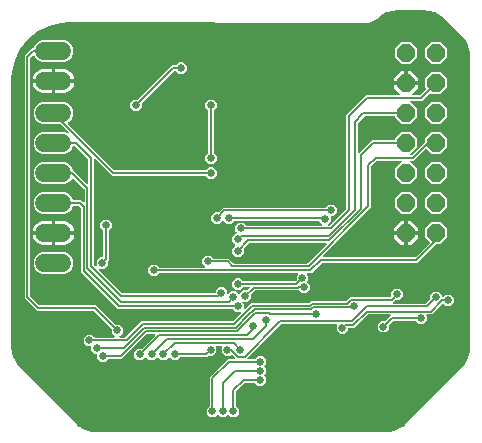
<source format=gbr>
G04 EAGLE Gerber RS-274X export*
G75*
%MOMM*%
%FSLAX34Y34*%
%LPD*%
%INBottom Copper*%
%IPPOS*%
%AMOC8*
5,1,8,0,0,1.08239X$1,22.5*%
G01*
%ADD10C,1.524000*%
%ADD11P,1.649562X8X112.500000*%
%ADD12C,0.654800*%
%ADD13C,0.152400*%

G36*
X306997Y2544D02*
X306997Y2544D01*
X307029Y2542D01*
X309913Y2731D01*
X309936Y2737D01*
X310060Y2756D01*
X315633Y4249D01*
X315647Y4255D01*
X315663Y4257D01*
X315816Y4325D01*
X320812Y7209D01*
X320831Y7224D01*
X320865Y7248D01*
X320893Y7263D01*
X320906Y7277D01*
X320933Y7296D01*
X323107Y9202D01*
X323118Y9216D01*
X323143Y9236D01*
X370797Y56890D01*
X371431Y57524D01*
X371764Y57857D01*
X371775Y57872D01*
X371798Y57893D01*
X373704Y60067D01*
X373717Y60087D01*
X373791Y60188D01*
X376675Y65184D01*
X376681Y65199D01*
X376690Y65211D01*
X376751Y65367D01*
X378244Y70940D01*
X378247Y70963D01*
X378269Y71087D01*
X378458Y73971D01*
X378456Y73990D01*
X378459Y74021D01*
X378459Y321410D01*
X378456Y321429D01*
X378458Y321460D01*
X378267Y324357D01*
X378262Y324379D01*
X378242Y324504D01*
X376737Y330098D01*
X376730Y330113D01*
X376728Y330129D01*
X376717Y330155D01*
X376716Y330158D01*
X376713Y330162D01*
X376660Y330282D01*
X373753Y335292D01*
X373738Y335311D01*
X373666Y335414D01*
X371745Y337590D01*
X371731Y337602D01*
X371711Y337627D01*
X356929Y352313D01*
X355959Y353277D01*
X355943Y353288D01*
X355922Y353311D01*
X353752Y355202D01*
X353732Y355215D01*
X353631Y355288D01*
X348650Y358150D01*
X348636Y358155D01*
X348623Y358164D01*
X348467Y358225D01*
X342916Y359706D01*
X342892Y359708D01*
X342770Y359730D01*
X339897Y359918D01*
X339879Y359916D01*
X339848Y359919D01*
X315909Y359919D01*
X315891Y359916D01*
X315860Y359918D01*
X313018Y359734D01*
X312993Y359728D01*
X312873Y359711D01*
X307377Y358261D01*
X307364Y358255D01*
X307350Y358253D01*
X307195Y358187D01*
X302251Y355383D01*
X302231Y355367D01*
X302131Y355298D01*
X299970Y353443D01*
X299958Y353429D01*
X299933Y353410D01*
X298955Y352454D01*
X297886Y351409D01*
X292581Y349253D01*
X289718Y349257D01*
X288350Y349260D01*
X38746Y349674D01*
X37379Y349676D01*
X37363Y349674D01*
X37336Y349675D01*
X32102Y349390D01*
X32070Y349383D01*
X31975Y349372D01*
X21766Y347057D01*
X21764Y347056D01*
X21763Y347056D01*
X21605Y347001D01*
X12168Y342470D01*
X12167Y342469D01*
X12165Y342469D01*
X12023Y342380D01*
X3833Y335861D01*
X3832Y335859D01*
X3830Y335859D01*
X3712Y335740D01*
X-2821Y327560D01*
X-2821Y327559D01*
X-2822Y327558D01*
X-2911Y327416D01*
X-7458Y317987D01*
X-7458Y317985D01*
X-7459Y317984D01*
X-7514Y317826D01*
X-9846Y307621D01*
X-9848Y307589D01*
X-9864Y307494D01*
X-10158Y302260D01*
X-10156Y302243D01*
X-10159Y302217D01*
X-10159Y74021D01*
X-10156Y74003D01*
X-10158Y73971D01*
X-9969Y71087D01*
X-9963Y71064D01*
X-9944Y70940D01*
X-8451Y65367D01*
X-8445Y65353D01*
X-8443Y65337D01*
X-8375Y65184D01*
X-5491Y60188D01*
X-5476Y60170D01*
X-5404Y60067D01*
X-3498Y57893D01*
X-3483Y57881D01*
X-3464Y57857D01*
X-2497Y56890D01*
X45157Y9236D01*
X45172Y9225D01*
X45193Y9202D01*
X47367Y7296D01*
X47387Y7283D01*
X47457Y7232D01*
X47473Y7219D01*
X47478Y7216D01*
X47488Y7209D01*
X52484Y4325D01*
X52499Y4319D01*
X52511Y4310D01*
X52667Y4249D01*
X58240Y2756D01*
X58263Y2753D01*
X58387Y2731D01*
X61271Y2542D01*
X61290Y2544D01*
X61321Y2541D01*
X306979Y2541D01*
X306997Y2544D01*
G37*
%LPC*%
G36*
X158032Y15521D02*
X158032Y15521D01*
X155221Y18332D01*
X155221Y22308D01*
X157510Y24597D01*
X157563Y24671D01*
X157623Y24740D01*
X157635Y24770D01*
X157654Y24796D01*
X157681Y24883D01*
X157715Y24968D01*
X157719Y25009D01*
X157726Y25032D01*
X157725Y25064D01*
X157733Y25135D01*
X157733Y49207D01*
X173043Y64517D01*
X178488Y64517D01*
X178559Y64528D01*
X178631Y64530D01*
X178680Y64548D01*
X178731Y64556D01*
X178795Y64590D01*
X178862Y64615D01*
X178903Y64647D01*
X178949Y64672D01*
X178998Y64723D01*
X179054Y64768D01*
X179082Y64812D01*
X179118Y64850D01*
X179148Y64915D01*
X179187Y64975D01*
X179200Y65026D01*
X179222Y65073D01*
X179230Y65144D01*
X179247Y65214D01*
X179243Y65266D01*
X179249Y65317D01*
X179233Y65388D01*
X179228Y65459D01*
X179208Y65507D01*
X179196Y65558D01*
X179160Y65619D01*
X179132Y65685D01*
X179087Y65741D01*
X179070Y65769D01*
X179052Y65784D01*
X179027Y65816D01*
X178737Y66106D01*
X176518Y68325D01*
X176502Y68337D01*
X176489Y68352D01*
X176402Y68408D01*
X176318Y68469D01*
X176299Y68474D01*
X176282Y68485D01*
X176182Y68510D01*
X176083Y68541D01*
X176063Y68540D01*
X176044Y68545D01*
X175941Y68537D01*
X175837Y68535D01*
X175818Y68528D01*
X175799Y68526D01*
X175704Y68486D01*
X175606Y68450D01*
X175591Y68438D01*
X175572Y68430D01*
X175441Y68325D01*
X174708Y67591D01*
X170732Y67591D01*
X167921Y70402D01*
X167921Y74383D01*
X167949Y74422D01*
X167999Y74474D01*
X168020Y74521D01*
X168051Y74563D01*
X168072Y74632D01*
X168102Y74697D01*
X168108Y74749D01*
X168123Y74798D01*
X168121Y74870D01*
X168129Y74941D01*
X168118Y74992D01*
X168117Y75044D01*
X168092Y75112D01*
X168077Y75182D01*
X168050Y75227D01*
X168032Y75275D01*
X167988Y75331D01*
X167951Y75393D01*
X167911Y75427D01*
X167879Y75467D01*
X167818Y75506D01*
X167764Y75553D01*
X167716Y75572D01*
X167672Y75600D01*
X167602Y75618D01*
X167536Y75645D01*
X167465Y75653D01*
X167433Y75661D01*
X167410Y75659D01*
X167369Y75663D01*
X163901Y75663D01*
X163830Y75652D01*
X163758Y75650D01*
X163709Y75632D01*
X163658Y75624D01*
X163595Y75590D01*
X163527Y75565D01*
X163487Y75533D01*
X163441Y75508D01*
X163392Y75457D01*
X163335Y75412D01*
X163307Y75368D01*
X163271Y75330D01*
X163241Y75265D01*
X163202Y75205D01*
X163190Y75154D01*
X163168Y75107D01*
X163160Y75036D01*
X163142Y74966D01*
X163146Y74914D01*
X163141Y74863D01*
X163156Y74792D01*
X163162Y74721D01*
X163182Y74673D01*
X163193Y74622D01*
X163230Y74561D01*
X163258Y74495D01*
X163303Y74439D01*
X163319Y74411D01*
X163337Y74396D01*
X163349Y74381D01*
X163349Y70402D01*
X160538Y67591D01*
X157501Y67591D01*
X157411Y67577D01*
X157320Y67569D01*
X157290Y67557D01*
X157258Y67552D01*
X157177Y67509D01*
X157093Y67473D01*
X157061Y67447D01*
X157040Y67436D01*
X157018Y67413D01*
X156962Y67368D01*
X156586Y66992D01*
X156582Y66986D01*
X156572Y66978D01*
X155924Y66293D01*
X154981Y66293D01*
X154973Y66292D01*
X154960Y66293D01*
X153917Y66265D01*
X153892Y66275D01*
X153836Y66281D01*
X153809Y66289D01*
X153780Y66287D01*
X153725Y66293D01*
X133325Y66293D01*
X133235Y66279D01*
X133144Y66271D01*
X133114Y66259D01*
X133082Y66254D01*
X133002Y66211D01*
X132918Y66175D01*
X132886Y66149D01*
X132865Y66138D01*
X132843Y66115D01*
X132787Y66070D01*
X130498Y63781D01*
X126522Y63781D01*
X124048Y66255D01*
X124032Y66267D01*
X124020Y66282D01*
X123932Y66339D01*
X123849Y66399D01*
X123830Y66405D01*
X123813Y66415D01*
X123712Y66441D01*
X123613Y66471D01*
X123594Y66471D01*
X123574Y66476D01*
X123471Y66468D01*
X123368Y66465D01*
X123349Y66458D01*
X123329Y66456D01*
X123234Y66416D01*
X123137Y66380D01*
X123121Y66368D01*
X123103Y66360D01*
X122972Y66255D01*
X120498Y63781D01*
X116522Y63781D01*
X114048Y66255D01*
X114032Y66267D01*
X114020Y66282D01*
X113932Y66339D01*
X113849Y66399D01*
X113830Y66405D01*
X113813Y66415D01*
X113712Y66441D01*
X113613Y66471D01*
X113594Y66471D01*
X113574Y66476D01*
X113471Y66468D01*
X113368Y66465D01*
X113349Y66458D01*
X113329Y66456D01*
X113234Y66416D01*
X113137Y66380D01*
X113121Y66368D01*
X113103Y66360D01*
X112972Y66255D01*
X110498Y63781D01*
X106522Y63781D01*
X104048Y66255D01*
X104032Y66267D01*
X104020Y66282D01*
X103932Y66339D01*
X103849Y66399D01*
X103830Y66405D01*
X103813Y66415D01*
X103712Y66441D01*
X103613Y66471D01*
X103594Y66471D01*
X103574Y66476D01*
X103471Y66468D01*
X103368Y66465D01*
X103349Y66458D01*
X103329Y66456D01*
X103234Y66416D01*
X103137Y66380D01*
X103121Y66368D01*
X103103Y66360D01*
X102972Y66255D01*
X100498Y63781D01*
X96522Y63781D01*
X93711Y66592D01*
X93711Y70568D01*
X96522Y73379D01*
X99759Y73379D01*
X99850Y73393D01*
X99940Y73401D01*
X99970Y73413D01*
X100002Y73418D01*
X100083Y73461D01*
X100167Y73497D01*
X100199Y73523D01*
X100220Y73534D01*
X100242Y73557D01*
X100298Y73602D01*
X111248Y84552D01*
X111290Y84610D01*
X111339Y84662D01*
X111361Y84709D01*
X111391Y84751D01*
X111412Y84820D01*
X111443Y84885D01*
X111448Y84937D01*
X111464Y84987D01*
X111462Y85058D01*
X111470Y85129D01*
X111459Y85180D01*
X111457Y85232D01*
X111433Y85300D01*
X111418Y85370D01*
X111391Y85415D01*
X111373Y85463D01*
X111328Y85519D01*
X111291Y85581D01*
X111252Y85615D01*
X111219Y85655D01*
X111159Y85694D01*
X111104Y85741D01*
X111056Y85760D01*
X111012Y85788D01*
X110943Y85806D01*
X110876Y85833D01*
X110805Y85841D01*
X110774Y85849D01*
X110750Y85847D01*
X110710Y85851D01*
X104641Y85851D01*
X104550Y85837D01*
X104460Y85829D01*
X104430Y85817D01*
X104398Y85812D01*
X104317Y85769D01*
X104233Y85733D01*
X104201Y85707D01*
X104180Y85696D01*
X104158Y85673D01*
X104102Y85628D01*
X83497Y65023D01*
X72125Y65023D01*
X72035Y65009D01*
X71944Y65001D01*
X71914Y64989D01*
X71882Y64984D01*
X71802Y64941D01*
X71718Y64905D01*
X71686Y64879D01*
X71665Y64868D01*
X71643Y64845D01*
X71587Y64800D01*
X69298Y62511D01*
X65322Y62511D01*
X62511Y65322D01*
X62511Y68552D01*
X62508Y68572D01*
X62510Y68591D01*
X62488Y68693D01*
X62472Y68795D01*
X62462Y68812D01*
X62458Y68832D01*
X62405Y68921D01*
X62356Y69012D01*
X62342Y69026D01*
X62332Y69043D01*
X62253Y69110D01*
X62178Y69182D01*
X62160Y69190D01*
X62145Y69203D01*
X62049Y69242D01*
X61955Y69285D01*
X61935Y69287D01*
X61917Y69295D01*
X61750Y69313D01*
X60033Y69313D01*
X57222Y72124D01*
X57222Y75074D01*
X57219Y75094D01*
X57221Y75114D01*
X57199Y75215D01*
X57183Y75317D01*
X57173Y75334D01*
X57169Y75354D01*
X57116Y75443D01*
X57068Y75534D01*
X57053Y75548D01*
X57043Y75565D01*
X56964Y75632D01*
X56889Y75704D01*
X56871Y75712D01*
X56856Y75725D01*
X56760Y75764D01*
X56666Y75807D01*
X56646Y75809D01*
X56628Y75817D01*
X56461Y75835D01*
X53754Y75835D01*
X50943Y78646D01*
X50943Y82622D01*
X53754Y85433D01*
X57730Y85433D01*
X60019Y83144D01*
X60093Y83091D01*
X60162Y83031D01*
X60192Y83019D01*
X60218Y83000D01*
X60305Y82974D01*
X60390Y82939D01*
X60431Y82935D01*
X60454Y82928D01*
X60486Y82929D01*
X60557Y82921D01*
X76730Y82921D01*
X76801Y82932D01*
X76872Y82934D01*
X76921Y82952D01*
X76973Y82961D01*
X77036Y82994D01*
X77103Y83019D01*
X77144Y83051D01*
X77190Y83076D01*
X77239Y83128D01*
X77295Y83172D01*
X77324Y83216D01*
X77359Y83254D01*
X77390Y83319D01*
X77428Y83379D01*
X77441Y83430D01*
X77463Y83477D01*
X77471Y83548D01*
X77488Y83618D01*
X77484Y83670D01*
X77490Y83722D01*
X77475Y83792D01*
X77469Y83863D01*
X77449Y83911D01*
X77438Y83962D01*
X77401Y84024D01*
X77373Y84089D01*
X77328Y84145D01*
X77312Y84173D01*
X77294Y84188D01*
X77268Y84220D01*
X74576Y86912D01*
X74576Y90149D01*
X74562Y90239D01*
X74554Y90330D01*
X74542Y90360D01*
X74537Y90392D01*
X74494Y90473D01*
X74458Y90557D01*
X74432Y90589D01*
X74421Y90610D01*
X74398Y90632D01*
X74353Y90688D01*
X59601Y105440D01*
X59527Y105493D01*
X59457Y105553D01*
X59427Y105565D01*
X59401Y105584D01*
X59314Y105611D01*
X59229Y105645D01*
X59188Y105649D01*
X59166Y105656D01*
X59134Y105655D01*
X59062Y105663D01*
X11753Y105663D01*
X888Y116528D01*
X888Y321622D01*
X6978Y327712D01*
X8320Y327712D01*
X8435Y327730D01*
X8551Y327747D01*
X8557Y327750D01*
X8563Y327751D01*
X8666Y327806D01*
X8771Y327859D01*
X8775Y327863D01*
X8780Y327866D01*
X8860Y327950D01*
X8943Y328035D01*
X8946Y328041D01*
X8950Y328045D01*
X8958Y328062D01*
X9024Y328181D01*
X10027Y330605D01*
X12600Y333177D01*
X15961Y334570D01*
X34839Y334570D01*
X38200Y333177D01*
X40773Y330605D01*
X42165Y327244D01*
X42165Y323606D01*
X40773Y320245D01*
X38200Y317672D01*
X34839Y316280D01*
X15961Y316280D01*
X12600Y317672D01*
X10027Y320245D01*
X9278Y322055D01*
X9253Y322094D01*
X9238Y322137D01*
X9189Y322198D01*
X9148Y322264D01*
X9113Y322294D01*
X9084Y322329D01*
X9019Y322371D01*
X8959Y322421D01*
X8916Y322437D01*
X8877Y322462D01*
X8801Y322481D01*
X8729Y322509D01*
X8683Y322511D01*
X8639Y322522D01*
X8561Y322516D01*
X8483Y322520D01*
X8439Y322507D01*
X8393Y322503D01*
X8322Y322473D01*
X8247Y322451D01*
X8209Y322425D01*
X8167Y322407D01*
X8060Y322322D01*
X8045Y322311D01*
X8042Y322307D01*
X8036Y322302D01*
X5685Y319951D01*
X5632Y319877D01*
X5572Y319807D01*
X5560Y319777D01*
X5541Y319751D01*
X5514Y319664D01*
X5480Y319579D01*
X5476Y319538D01*
X5469Y319516D01*
X5470Y319484D01*
X5462Y319412D01*
X5462Y118738D01*
X5476Y118647D01*
X5484Y118557D01*
X5496Y118527D01*
X5501Y118495D01*
X5544Y118414D01*
X5580Y118330D01*
X5606Y118298D01*
X5617Y118277D01*
X5640Y118255D01*
X5685Y118199D01*
X13424Y110460D01*
X13498Y110407D01*
X13568Y110347D01*
X13598Y110335D01*
X13624Y110316D01*
X13711Y110289D01*
X13796Y110255D01*
X13837Y110251D01*
X13859Y110244D01*
X13891Y110245D01*
X13963Y110237D01*
X61272Y110237D01*
X77587Y93922D01*
X77661Y93869D01*
X77731Y93809D01*
X77761Y93797D01*
X77787Y93778D01*
X77874Y93751D01*
X77959Y93717D01*
X78000Y93713D01*
X78022Y93706D01*
X78054Y93707D01*
X78126Y93699D01*
X81363Y93699D01*
X84174Y90888D01*
X84174Y86912D01*
X81482Y84220D01*
X81440Y84162D01*
X81391Y84110D01*
X81369Y84063D01*
X81338Y84021D01*
X81317Y83952D01*
X81287Y83887D01*
X81281Y83835D01*
X81266Y83786D01*
X81268Y83714D01*
X81260Y83643D01*
X81271Y83592D01*
X81272Y83540D01*
X81297Y83472D01*
X81312Y83402D01*
X81339Y83358D01*
X81357Y83309D01*
X81402Y83253D01*
X81438Y83191D01*
X81478Y83157D01*
X81510Y83117D01*
X81571Y83078D01*
X81625Y83031D01*
X81674Y83012D01*
X81717Y82984D01*
X81787Y82966D01*
X81853Y82939D01*
X81925Y82931D01*
X81956Y82924D01*
X81979Y82925D01*
X82020Y82921D01*
X85990Y82921D01*
X86081Y82936D01*
X86171Y82943D01*
X86201Y82955D01*
X86233Y82961D01*
X86314Y83003D01*
X86398Y83039D01*
X86430Y83065D01*
X86451Y83076D01*
X86473Y83099D01*
X86529Y83144D01*
X99906Y96521D01*
X177060Y96521D01*
X177150Y96535D01*
X177241Y96543D01*
X177271Y96555D01*
X177303Y96560D01*
X177384Y96603D01*
X177468Y96639D01*
X177500Y96665D01*
X177520Y96676D01*
X177543Y96699D01*
X177599Y96744D01*
X183977Y103122D01*
X184019Y103180D01*
X184068Y103232D01*
X184090Y103279D01*
X184120Y103321D01*
X184141Y103390D01*
X184172Y103455D01*
X184177Y103507D01*
X184193Y103557D01*
X184191Y103628D01*
X184199Y103699D01*
X184188Y103750D01*
X184186Y103802D01*
X184162Y103870D01*
X184146Y103940D01*
X184120Y103985D01*
X184102Y104033D01*
X184057Y104089D01*
X184020Y104151D01*
X183981Y104185D01*
X183948Y104225D01*
X183888Y104264D01*
X183833Y104311D01*
X183785Y104330D01*
X183741Y104358D01*
X183672Y104376D01*
X183605Y104403D01*
X183534Y104411D01*
X183503Y104419D01*
X183479Y104417D01*
X183438Y104421D01*
X179622Y104421D01*
X177333Y106710D01*
X177259Y106763D01*
X177190Y106823D01*
X177160Y106835D01*
X177134Y106854D01*
X177047Y106881D01*
X176962Y106915D01*
X176921Y106919D01*
X176898Y106926D01*
X176866Y106925D01*
X176795Y106933D01*
X79832Y106933D01*
X48640Y138125D01*
X48640Y192285D01*
X48626Y192376D01*
X48618Y192466D01*
X48606Y192496D01*
X48601Y192528D01*
X48558Y192609D01*
X48522Y192693D01*
X48496Y192725D01*
X48485Y192746D01*
X48462Y192768D01*
X48417Y192824D01*
X46901Y194340D01*
X46827Y194393D01*
X46757Y194453D01*
X46727Y194465D01*
X46701Y194484D01*
X46614Y194511D01*
X46529Y194545D01*
X46488Y194549D01*
X46466Y194556D01*
X46434Y194555D01*
X46362Y194563D01*
X42480Y194563D01*
X42365Y194544D01*
X42249Y194527D01*
X42243Y194525D01*
X42237Y194524D01*
X42134Y194469D01*
X42029Y194416D01*
X42025Y194411D01*
X42020Y194408D01*
X41940Y194324D01*
X41857Y194240D01*
X41854Y194234D01*
X41850Y194230D01*
X41842Y194213D01*
X41776Y194093D01*
X40773Y191670D01*
X38200Y189097D01*
X34839Y187705D01*
X15961Y187705D01*
X12600Y189097D01*
X10027Y191670D01*
X8635Y195031D01*
X8635Y198669D01*
X10027Y202030D01*
X12600Y204603D01*
X15961Y205995D01*
X34839Y205995D01*
X38200Y204603D01*
X40773Y202030D01*
X41776Y199607D01*
X41838Y199507D01*
X41898Y199407D01*
X41903Y199403D01*
X41906Y199398D01*
X41996Y199323D01*
X42085Y199247D01*
X42091Y199245D01*
X42095Y199241D01*
X42204Y199199D01*
X42313Y199155D01*
X42320Y199154D01*
X42325Y199153D01*
X42343Y199152D01*
X42480Y199137D01*
X48572Y199137D01*
X50389Y197320D01*
X50447Y197278D01*
X50499Y197229D01*
X50546Y197207D01*
X50588Y197177D01*
X50657Y197156D01*
X50722Y197125D01*
X50774Y197120D01*
X50824Y197104D01*
X50895Y197106D01*
X50966Y197098D01*
X51017Y197109D01*
X51069Y197111D01*
X51137Y197135D01*
X51207Y197150D01*
X51252Y197177D01*
X51300Y197195D01*
X51356Y197240D01*
X51418Y197277D01*
X51452Y197316D01*
X51492Y197349D01*
X51531Y197409D01*
X51578Y197464D01*
X51597Y197512D01*
X51625Y197556D01*
X51643Y197625D01*
X51670Y197692D01*
X51678Y197763D01*
X51686Y197794D01*
X51684Y197818D01*
X51688Y197858D01*
X51688Y208287D01*
X51674Y208378D01*
X51666Y208468D01*
X51654Y208498D01*
X51649Y208530D01*
X51606Y208611D01*
X51570Y208695D01*
X51544Y208727D01*
X51533Y208748D01*
X51510Y208770D01*
X51465Y208826D01*
X42295Y217996D01*
X42258Y218023D01*
X42227Y218056D01*
X42159Y218094D01*
X42096Y218139D01*
X42052Y218153D01*
X42011Y218175D01*
X41935Y218189D01*
X41860Y218212D01*
X41815Y218211D01*
X41769Y218219D01*
X41692Y218207D01*
X41615Y218205D01*
X41572Y218190D01*
X41526Y218183D01*
X41457Y218148D01*
X41384Y218121D01*
X41348Y218092D01*
X41307Y218071D01*
X41252Y218016D01*
X41192Y217967D01*
X41167Y217929D01*
X41135Y217896D01*
X41069Y217776D01*
X41059Y217760D01*
X41057Y217755D01*
X41054Y217749D01*
X40773Y217070D01*
X38200Y214497D01*
X34839Y213105D01*
X15961Y213105D01*
X12600Y214497D01*
X10027Y217070D01*
X8635Y220431D01*
X8635Y224069D01*
X10027Y227430D01*
X12600Y230003D01*
X15961Y231395D01*
X34839Y231395D01*
X38200Y230003D01*
X40773Y227430D01*
X41776Y225007D01*
X41838Y224907D01*
X41898Y224807D01*
X41903Y224803D01*
X41906Y224798D01*
X41996Y224723D01*
X42085Y224647D01*
X42091Y224645D01*
X42095Y224641D01*
X42132Y224627D01*
X53564Y213195D01*
X53622Y213153D01*
X53674Y213104D01*
X53721Y213082D01*
X53763Y213052D01*
X53832Y213031D01*
X53897Y213000D01*
X53949Y212995D01*
X53999Y212979D01*
X54070Y212981D01*
X54141Y212973D01*
X54192Y212984D01*
X54244Y212986D01*
X54312Y213010D01*
X54382Y213025D01*
X54427Y213052D01*
X54475Y213070D01*
X54531Y213115D01*
X54593Y213152D01*
X54627Y213191D01*
X54667Y213224D01*
X54706Y213284D01*
X54753Y213339D01*
X54772Y213387D01*
X54800Y213431D01*
X54818Y213500D01*
X54845Y213567D01*
X54853Y213638D01*
X54861Y213669D01*
X54859Y213693D01*
X54863Y213733D01*
X54863Y233687D01*
X54849Y233778D01*
X54841Y233868D01*
X54829Y233898D01*
X54824Y233930D01*
X54781Y234011D01*
X54745Y234095D01*
X54719Y234127D01*
X54708Y234148D01*
X54685Y234170D01*
X54640Y234226D01*
X43726Y245140D01*
X43652Y245193D01*
X43582Y245253D01*
X43552Y245265D01*
X43526Y245284D01*
X43439Y245311D01*
X43354Y245345D01*
X43313Y245349D01*
X43291Y245356D01*
X43259Y245355D01*
X43187Y245363D01*
X42480Y245363D01*
X42365Y245344D01*
X42249Y245327D01*
X42243Y245325D01*
X42237Y245324D01*
X42134Y245269D01*
X42029Y245216D01*
X42025Y245211D01*
X42020Y245208D01*
X41940Y245124D01*
X41857Y245040D01*
X41854Y245034D01*
X41850Y245030D01*
X41842Y245013D01*
X41776Y244893D01*
X40773Y242470D01*
X38200Y239897D01*
X34839Y238505D01*
X15961Y238505D01*
X12600Y239897D01*
X10027Y242470D01*
X8635Y245831D01*
X8635Y249469D01*
X10027Y252830D01*
X12600Y255403D01*
X15961Y256795D01*
X34839Y256795D01*
X37419Y255726D01*
X37514Y255704D01*
X37607Y255675D01*
X37633Y255676D01*
X37658Y255670D01*
X37755Y255679D01*
X37853Y255682D01*
X37877Y255691D01*
X37903Y255693D01*
X37992Y255733D01*
X38084Y255766D01*
X38104Y255782D01*
X38128Y255793D01*
X38200Y255859D01*
X38276Y255920D01*
X38290Y255942D01*
X38309Y255959D01*
X38356Y256045D01*
X38409Y256127D01*
X38415Y256152D01*
X38428Y256175D01*
X38445Y256271D01*
X38469Y256365D01*
X38467Y256391D01*
X38471Y256417D01*
X38457Y256514D01*
X38449Y256610D01*
X38439Y256634D01*
X38435Y256660D01*
X38391Y256747D01*
X38353Y256837D01*
X38333Y256862D01*
X38324Y256880D01*
X38300Y256903D01*
X38248Y256968D01*
X31534Y263682D01*
X31460Y263735D01*
X31390Y263795D01*
X31360Y263807D01*
X31334Y263826D01*
X31247Y263853D01*
X31162Y263887D01*
X31121Y263891D01*
X31099Y263898D01*
X31067Y263897D01*
X30995Y263905D01*
X15961Y263905D01*
X12600Y265297D01*
X10027Y267870D01*
X8635Y271231D01*
X8635Y274869D01*
X10027Y278230D01*
X12600Y280803D01*
X15961Y282195D01*
X34839Y282195D01*
X38200Y280803D01*
X40773Y278230D01*
X42165Y274869D01*
X42165Y271231D01*
X40773Y267870D01*
X38200Y265297D01*
X37970Y265202D01*
X37931Y265178D01*
X37888Y265162D01*
X37827Y265114D01*
X37761Y265073D01*
X37732Y265037D01*
X37696Y265009D01*
X37654Y264943D01*
X37604Y264883D01*
X37588Y264840D01*
X37563Y264802D01*
X37544Y264726D01*
X37516Y264654D01*
X37514Y264608D01*
X37503Y264563D01*
X37509Y264486D01*
X37506Y264408D01*
X37519Y264364D01*
X37522Y264318D01*
X37553Y264246D01*
X37574Y264172D01*
X37600Y264134D01*
X37618Y264092D01*
X37704Y263985D01*
X37715Y263970D01*
X37719Y263967D01*
X37723Y263961D01*
X76924Y224760D01*
X76998Y224707D01*
X77068Y224647D01*
X77098Y224635D01*
X77124Y224616D01*
X77211Y224589D01*
X77296Y224555D01*
X77337Y224551D01*
X77359Y224544D01*
X77391Y224545D01*
X77463Y224537D01*
X153935Y224537D01*
X154025Y224551D01*
X154116Y224559D01*
X154146Y224571D01*
X154178Y224576D01*
X154258Y224619D01*
X154342Y224655D01*
X154374Y224681D01*
X154395Y224692D01*
X154417Y224715D01*
X154473Y224760D01*
X156762Y227049D01*
X160738Y227049D01*
X163549Y224238D01*
X163549Y220262D01*
X160738Y217451D01*
X156762Y217451D01*
X154473Y219740D01*
X154399Y219793D01*
X154330Y219853D01*
X154300Y219865D01*
X154274Y219884D01*
X154187Y219911D01*
X154102Y219945D01*
X154061Y219949D01*
X154038Y219956D01*
X154006Y219955D01*
X153935Y219963D01*
X75253Y219963D01*
X73690Y221526D01*
X60736Y234480D01*
X60678Y234522D01*
X60626Y234571D01*
X60579Y234593D01*
X60537Y234623D01*
X60468Y234644D01*
X60403Y234675D01*
X60351Y234680D01*
X60301Y234696D01*
X60230Y234694D01*
X60159Y234702D01*
X60108Y234691D01*
X60056Y234689D01*
X59988Y234665D01*
X59918Y234650D01*
X59873Y234623D01*
X59825Y234605D01*
X59769Y234560D01*
X59707Y234523D01*
X59673Y234484D01*
X59633Y234451D01*
X59594Y234391D01*
X59547Y234336D01*
X59528Y234288D01*
X59500Y234244D01*
X59482Y234175D01*
X59455Y234108D01*
X59447Y234037D01*
X59439Y234006D01*
X59441Y233982D01*
X59437Y233942D01*
X59437Y144773D01*
X59451Y144683D01*
X59459Y144592D01*
X59471Y144562D01*
X59476Y144530D01*
X59519Y144449D01*
X59555Y144365D01*
X59581Y144333D01*
X59592Y144312D01*
X59615Y144290D01*
X59660Y144234D01*
X60577Y143317D01*
X60635Y143275D01*
X60687Y143226D01*
X60734Y143204D01*
X60776Y143174D01*
X60845Y143153D01*
X60910Y143122D01*
X60962Y143117D01*
X61012Y143101D01*
X61083Y143103D01*
X61154Y143095D01*
X61205Y143106D01*
X61257Y143108D01*
X61325Y143132D01*
X61395Y143147D01*
X61440Y143174D01*
X61488Y143192D01*
X61544Y143237D01*
X61606Y143274D01*
X61640Y143313D01*
X61680Y143346D01*
X61719Y143406D01*
X61766Y143461D01*
X61785Y143509D01*
X61813Y143553D01*
X61831Y143622D01*
X61858Y143689D01*
X61866Y143760D01*
X61874Y143791D01*
X61872Y143815D01*
X61876Y143855D01*
X61876Y148038D01*
X64687Y150849D01*
X66802Y150849D01*
X66822Y150852D01*
X66841Y150850D01*
X66943Y150872D01*
X67045Y150888D01*
X67062Y150898D01*
X67082Y150902D01*
X67171Y150955D01*
X67262Y151004D01*
X67276Y151018D01*
X67293Y151028D01*
X67360Y151107D01*
X67432Y151182D01*
X67440Y151200D01*
X67453Y151215D01*
X67492Y151311D01*
X67535Y151405D01*
X67537Y151425D01*
X67545Y151443D01*
X67563Y151610D01*
X67563Y172985D01*
X67549Y173075D01*
X67541Y173166D01*
X67529Y173196D01*
X67524Y173228D01*
X67481Y173308D01*
X67445Y173392D01*
X67419Y173424D01*
X67408Y173445D01*
X67385Y173467D01*
X67340Y173523D01*
X65051Y175812D01*
X65051Y179788D01*
X67862Y182599D01*
X71838Y182599D01*
X74649Y179788D01*
X74649Y175812D01*
X72360Y173523D01*
X72307Y173449D01*
X72247Y173380D01*
X72235Y173350D01*
X72216Y173324D01*
X72189Y173237D01*
X72155Y173152D01*
X72151Y173111D01*
X72144Y173088D01*
X72145Y173056D01*
X72137Y172985D01*
X72137Y148278D01*
X71697Y147838D01*
X71643Y147764D01*
X71584Y147694D01*
X71572Y147664D01*
X71553Y147638D01*
X71526Y147551D01*
X71492Y147466D01*
X71488Y147425D01*
X71481Y147403D01*
X71482Y147371D01*
X71474Y147300D01*
X71474Y144062D01*
X68663Y141251D01*
X64480Y141251D01*
X64410Y141240D01*
X64338Y141238D01*
X64289Y141220D01*
X64238Y141212D01*
X64174Y141178D01*
X64107Y141153D01*
X64066Y141121D01*
X64020Y141096D01*
X63971Y141044D01*
X63915Y141000D01*
X63887Y140956D01*
X63851Y140918D01*
X63821Y140853D01*
X63782Y140793D01*
X63769Y140742D01*
X63747Y140695D01*
X63739Y140624D01*
X63722Y140554D01*
X63726Y140502D01*
X63720Y140451D01*
X63735Y140380D01*
X63741Y140309D01*
X63761Y140261D01*
X63772Y140210D01*
X63809Y140149D01*
X63837Y140083D01*
X63882Y140027D01*
X63899Y139999D01*
X63916Y139984D01*
X63942Y139952D01*
X83274Y120620D01*
X83348Y120567D01*
X83418Y120507D01*
X83448Y120495D01*
X83474Y120476D01*
X83561Y120449D01*
X83646Y120415D01*
X83687Y120411D01*
X83709Y120404D01*
X83741Y120405D01*
X83813Y120397D01*
X162080Y120397D01*
X162100Y120400D01*
X162119Y120398D01*
X162221Y120420D01*
X162323Y120436D01*
X162340Y120446D01*
X162360Y120450D01*
X162449Y120503D01*
X162540Y120552D01*
X162554Y120566D01*
X162571Y120576D01*
X162638Y120655D01*
X162710Y120730D01*
X162718Y120748D01*
X162731Y120763D01*
X162770Y120859D01*
X162813Y120953D01*
X162815Y120973D01*
X162823Y120991D01*
X162841Y121158D01*
X162841Y122638D01*
X165652Y125449D01*
X169628Y125449D01*
X172439Y122638D01*
X172439Y120357D01*
X172450Y120286D01*
X172452Y120215D01*
X172470Y120166D01*
X172478Y120114D01*
X172512Y120051D01*
X172537Y119984D01*
X172569Y119943D01*
X172594Y119897D01*
X172646Y119847D01*
X172690Y119791D01*
X172734Y119763D01*
X172772Y119727D01*
X172837Y119697D01*
X172897Y119658D01*
X172948Y119646D01*
X172995Y119624D01*
X173066Y119616D01*
X173136Y119598D01*
X173188Y119602D01*
X173239Y119597D01*
X173310Y119612D01*
X173381Y119618D01*
X173429Y119638D01*
X173480Y119649D01*
X173541Y119686D01*
X173607Y119714D01*
X173663Y119759D01*
X173691Y119775D01*
X173706Y119793D01*
X173738Y119819D01*
X175812Y121893D01*
X179788Y121893D01*
X181862Y119819D01*
X181920Y119777D01*
X181972Y119727D01*
X182019Y119706D01*
X182061Y119675D01*
X182130Y119654D01*
X182195Y119624D01*
X182247Y119618D01*
X182297Y119603D01*
X182368Y119605D01*
X182439Y119597D01*
X182490Y119608D01*
X182542Y119609D01*
X182610Y119634D01*
X182680Y119649D01*
X182725Y119676D01*
X182773Y119694D01*
X182829Y119738D01*
X182891Y119775D01*
X182925Y119815D01*
X182965Y119847D01*
X183004Y119908D01*
X183051Y119962D01*
X183068Y120004D01*
X185972Y122909D01*
X189209Y122909D01*
X189300Y122923D01*
X189390Y122931D01*
X189420Y122943D01*
X189452Y122948D01*
X189533Y122991D01*
X189617Y123027D01*
X189649Y123053D01*
X189670Y123064D01*
X189692Y123087D01*
X189748Y123132D01*
X191300Y124684D01*
X191342Y124742D01*
X191391Y124794D01*
X191413Y124841D01*
X191443Y124883D01*
X191464Y124952D01*
X191495Y125017D01*
X191500Y125069D01*
X191516Y125119D01*
X191514Y125190D01*
X191522Y125261D01*
X191511Y125312D01*
X191509Y125364D01*
X191485Y125432D01*
X191470Y125502D01*
X191443Y125547D01*
X191425Y125595D01*
X191380Y125651D01*
X191343Y125713D01*
X191304Y125747D01*
X191271Y125787D01*
X191211Y125826D01*
X191156Y125873D01*
X191108Y125892D01*
X191064Y125920D01*
X190995Y125938D01*
X190928Y125965D01*
X190857Y125973D01*
X190826Y125981D01*
X190802Y125979D01*
X190762Y125983D01*
X186425Y125983D01*
X186335Y125969D01*
X186244Y125961D01*
X186214Y125949D01*
X186182Y125944D01*
X186102Y125901D01*
X186018Y125865D01*
X185985Y125839D01*
X185965Y125828D01*
X185943Y125805D01*
X185887Y125760D01*
X183598Y123471D01*
X179622Y123471D01*
X176811Y126282D01*
X176811Y130258D01*
X179622Y133069D01*
X183598Y133069D01*
X185887Y130780D01*
X185961Y130727D01*
X186030Y130667D01*
X186060Y130655D01*
X186086Y130636D01*
X186173Y130609D01*
X186258Y130575D01*
X186299Y130571D01*
X186322Y130564D01*
X186354Y130565D01*
X186425Y130557D01*
X229877Y130557D01*
X229968Y130571D01*
X230058Y130579D01*
X230088Y130591D01*
X230120Y130596D01*
X230201Y130639D01*
X230285Y130675D01*
X230317Y130701D01*
X230338Y130712D01*
X230360Y130735D01*
X230416Y130780D01*
X231198Y131562D01*
X231251Y131636D01*
X231311Y131706D01*
X231323Y131736D01*
X231342Y131762D01*
X231369Y131849D01*
X231403Y131934D01*
X231407Y131975D01*
X231414Y131997D01*
X231413Y132029D01*
X231421Y132101D01*
X231421Y135338D01*
X232197Y136114D01*
X232239Y136172D01*
X232289Y136224D01*
X232310Y136271D01*
X232341Y136313D01*
X232362Y136382D01*
X232392Y136447D01*
X232398Y136499D01*
X232413Y136549D01*
X232411Y136620D01*
X232419Y136691D01*
X232408Y136742D01*
X232407Y136794D01*
X232382Y136862D01*
X232367Y136932D01*
X232340Y136977D01*
X232322Y137025D01*
X232278Y137081D01*
X232241Y137143D01*
X232201Y137177D01*
X232169Y137217D01*
X232108Y137256D01*
X232054Y137303D01*
X232006Y137322D01*
X231962Y137350D01*
X231892Y137368D01*
X231826Y137395D01*
X231754Y137403D01*
X231723Y137411D01*
X231700Y137409D01*
X231659Y137413D01*
X115305Y137413D01*
X115215Y137399D01*
X115124Y137391D01*
X115094Y137379D01*
X115062Y137374D01*
X114982Y137331D01*
X114898Y137295D01*
X114866Y137269D01*
X114845Y137258D01*
X114823Y137235D01*
X114767Y137190D01*
X112478Y134901D01*
X108502Y134901D01*
X105691Y137712D01*
X105691Y141688D01*
X108502Y144499D01*
X112478Y144499D01*
X114767Y142210D01*
X114841Y142157D01*
X114910Y142097D01*
X114940Y142085D01*
X114966Y142066D01*
X115053Y142039D01*
X115138Y142005D01*
X115179Y142001D01*
X115202Y141994D01*
X115234Y141995D01*
X115305Y141987D01*
X152919Y141987D01*
X152990Y141998D01*
X153061Y142000D01*
X153110Y142018D01*
X153162Y142026D01*
X153225Y142060D01*
X153292Y142085D01*
X153333Y142117D01*
X153379Y142142D01*
X153429Y142194D01*
X153485Y142238D01*
X153513Y142282D01*
X153549Y142320D01*
X153579Y142385D01*
X153618Y142445D01*
X153630Y142496D01*
X153652Y142543D01*
X153660Y142614D01*
X153678Y142684D01*
X153674Y142736D01*
X153679Y142787D01*
X153664Y142858D01*
X153658Y142929D01*
X153638Y142977D01*
X153627Y143028D01*
X153590Y143089D01*
X153562Y143155D01*
X153517Y143211D01*
X153501Y143239D01*
X153483Y143254D01*
X153457Y143286D01*
X151411Y145332D01*
X151411Y149308D01*
X154222Y152119D01*
X158198Y152119D01*
X160487Y149830D01*
X160561Y149777D01*
X160630Y149717D01*
X160660Y149705D01*
X160686Y149686D01*
X160773Y149659D01*
X160858Y149625D01*
X160899Y149621D01*
X160922Y149614D01*
X160954Y149615D01*
X161025Y149607D01*
X173744Y149607D01*
X177585Y145766D01*
X177659Y145713D01*
X177728Y145653D01*
X177758Y145641D01*
X177785Y145622D01*
X177871Y145595D01*
X177956Y145561D01*
X177997Y145557D01*
X178020Y145550D01*
X178052Y145551D01*
X178123Y145543D01*
X240221Y145543D01*
X240311Y145557D01*
X240402Y145565D01*
X240431Y145577D01*
X240463Y145582D01*
X240544Y145625D01*
X240628Y145661D01*
X240660Y145687D01*
X240681Y145698D01*
X240703Y145721D01*
X240759Y145766D01*
X256507Y161514D01*
X256549Y161572D01*
X256598Y161624D01*
X256620Y161671D01*
X256650Y161713D01*
X256671Y161782D01*
X256702Y161847D01*
X256707Y161899D01*
X256723Y161949D01*
X256721Y162020D01*
X256729Y162091D01*
X256718Y162142D01*
X256716Y162194D01*
X256692Y162262D01*
X256677Y162332D01*
X256650Y162377D01*
X256632Y162425D01*
X256587Y162481D01*
X256550Y162543D01*
X256511Y162577D01*
X256478Y162617D01*
X256418Y162656D01*
X256363Y162703D01*
X256315Y162722D01*
X256271Y162750D01*
X256202Y162768D01*
X256135Y162795D01*
X256064Y162803D01*
X256033Y162811D01*
X256010Y162809D01*
X255969Y162813D01*
X191763Y162813D01*
X191672Y162799D01*
X191582Y162791D01*
X191552Y162779D01*
X191520Y162774D01*
X191439Y162731D01*
X191355Y162695D01*
X191323Y162669D01*
X191302Y162658D01*
X191280Y162635D01*
X191224Y162590D01*
X186632Y157998D01*
X186579Y157924D01*
X186519Y157854D01*
X186507Y157824D01*
X186488Y157798D01*
X186461Y157711D01*
X186427Y157626D01*
X186423Y157585D01*
X186416Y157563D01*
X186417Y157531D01*
X186409Y157459D01*
X186409Y154222D01*
X183598Y151411D01*
X179622Y151411D01*
X176811Y154222D01*
X176811Y158198D01*
X179365Y160752D01*
X179377Y160768D01*
X179392Y160780D01*
X179449Y160868D01*
X179509Y160951D01*
X179515Y160970D01*
X179525Y160987D01*
X179551Y161088D01*
X179581Y161187D01*
X179581Y161206D01*
X179586Y161226D01*
X179578Y161329D01*
X179575Y161432D01*
X179568Y161451D01*
X179566Y161471D01*
X179526Y161566D01*
X179490Y161663D01*
X179478Y161679D01*
X179470Y161697D01*
X179365Y161828D01*
X176811Y164382D01*
X176811Y168358D01*
X179623Y171170D01*
X179688Y171180D01*
X179759Y171182D01*
X179808Y171200D01*
X179860Y171208D01*
X179923Y171242D01*
X179990Y171267D01*
X180031Y171299D01*
X180077Y171324D01*
X180127Y171376D01*
X180183Y171420D01*
X180211Y171464D01*
X180247Y171502D01*
X180277Y171567D01*
X180316Y171627D01*
X180328Y171678D01*
X180350Y171725D01*
X180358Y171796D01*
X180376Y171866D01*
X180372Y171918D01*
X180377Y171969D01*
X180362Y172040D01*
X180356Y172111D01*
X180336Y172159D01*
X180325Y172210D01*
X180288Y172271D01*
X180260Y172337D01*
X180215Y172393D01*
X180199Y172421D01*
X180181Y172436D01*
X180155Y172468D01*
X179351Y173272D01*
X179351Y177248D01*
X182162Y180059D01*
X186138Y180059D01*
X188427Y177770D01*
X188501Y177717D01*
X188570Y177657D01*
X188600Y177645D01*
X188626Y177626D01*
X188713Y177599D01*
X188798Y177565D01*
X188839Y177561D01*
X188862Y177554D01*
X188894Y177555D01*
X188965Y177547D01*
X251979Y177547D01*
X252050Y177558D01*
X252121Y177560D01*
X252170Y177578D01*
X252222Y177586D01*
X252285Y177620D01*
X252352Y177645D01*
X252393Y177677D01*
X252439Y177702D01*
X252489Y177754D01*
X252545Y177798D01*
X252573Y177842D01*
X252609Y177880D01*
X252639Y177945D01*
X252678Y178005D01*
X252690Y178056D01*
X252712Y178103D01*
X252720Y178174D01*
X252738Y178244D01*
X252734Y178296D01*
X252739Y178347D01*
X252724Y178418D01*
X252718Y178489D01*
X252698Y178537D01*
X252687Y178588D01*
X252650Y178649D01*
X252622Y178715D01*
X252577Y178771D01*
X252561Y178799D01*
X252543Y178814D01*
X252517Y178846D01*
X250471Y180892D01*
X250471Y181102D01*
X250468Y181122D01*
X250470Y181141D01*
X250448Y181243D01*
X250432Y181345D01*
X250422Y181362D01*
X250418Y181382D01*
X250365Y181471D01*
X250316Y181562D01*
X250302Y181576D01*
X250292Y181593D01*
X250213Y181660D01*
X250138Y181732D01*
X250120Y181740D01*
X250105Y181753D01*
X250009Y181792D01*
X249915Y181835D01*
X249895Y181837D01*
X249877Y181845D01*
X249710Y181863D01*
X178805Y181863D01*
X178715Y181849D01*
X178624Y181841D01*
X178594Y181829D01*
X178562Y181824D01*
X178482Y181781D01*
X178398Y181745D01*
X178366Y181719D01*
X178345Y181708D01*
X178323Y181685D01*
X178267Y181640D01*
X175978Y179351D01*
X172002Y179351D01*
X169448Y181905D01*
X169432Y181917D01*
X169420Y181932D01*
X169332Y181989D01*
X169249Y182049D01*
X169230Y182055D01*
X169213Y182065D01*
X169112Y182091D01*
X169013Y182121D01*
X168994Y182121D01*
X168974Y182126D01*
X168871Y182118D01*
X168768Y182115D01*
X168749Y182108D01*
X168729Y182106D01*
X168634Y182066D01*
X168537Y182030D01*
X168521Y182018D01*
X168503Y182010D01*
X168372Y181905D01*
X165818Y179351D01*
X161842Y179351D01*
X159031Y182162D01*
X159031Y186138D01*
X161842Y188949D01*
X165079Y188949D01*
X165170Y188963D01*
X165260Y188971D01*
X165290Y188983D01*
X165322Y188988D01*
X165403Y189031D01*
X165487Y189067D01*
X165519Y189093D01*
X165540Y189104D01*
X165562Y189127D01*
X165618Y189172D01*
X169233Y192787D01*
X255535Y192787D01*
X255625Y192801D01*
X255716Y192809D01*
X255746Y192821D01*
X255778Y192826D01*
X255858Y192869D01*
X255942Y192905D01*
X255974Y192931D01*
X255995Y192942D01*
X256017Y192965D01*
X256073Y193010D01*
X258362Y195299D01*
X262338Y195299D01*
X265149Y192488D01*
X265149Y188512D01*
X262338Y185701D01*
X260830Y185701D01*
X260810Y185698D01*
X260791Y185700D01*
X260689Y185678D01*
X260587Y185662D01*
X260570Y185652D01*
X260550Y185648D01*
X260461Y185595D01*
X260370Y185546D01*
X260356Y185532D01*
X260339Y185522D01*
X260272Y185443D01*
X260200Y185368D01*
X260192Y185350D01*
X260179Y185335D01*
X260140Y185239D01*
X260097Y185145D01*
X260095Y185125D01*
X260087Y185107D01*
X260069Y184940D01*
X260069Y180892D01*
X258023Y178846D01*
X257981Y178788D01*
X257931Y178736D01*
X257910Y178689D01*
X257879Y178647D01*
X257858Y178578D01*
X257828Y178513D01*
X257822Y178461D01*
X257807Y178411D01*
X257809Y178340D01*
X257801Y178269D01*
X257812Y178218D01*
X257813Y178166D01*
X257838Y178098D01*
X257853Y178028D01*
X257880Y177983D01*
X257898Y177935D01*
X257942Y177879D01*
X257979Y177817D01*
X258019Y177783D01*
X258051Y177743D01*
X258112Y177704D01*
X258166Y177657D01*
X258214Y177638D01*
X258258Y177610D01*
X258328Y177592D01*
X258394Y177565D01*
X258466Y177557D01*
X258497Y177549D01*
X258520Y177551D01*
X258561Y177547D01*
X259088Y177547D01*
X259178Y177561D01*
X259269Y177569D01*
X259298Y177581D01*
X259330Y177586D01*
X259411Y177629D01*
X259495Y177665D01*
X259527Y177691D01*
X259548Y177702D01*
X259570Y177725D01*
X259626Y177770D01*
X273080Y191224D01*
X273133Y191298D01*
X273193Y191368D01*
X273205Y191398D01*
X273224Y191424D01*
X273251Y191511D01*
X273285Y191596D01*
X273289Y191637D01*
X273296Y191659D01*
X273295Y191691D01*
X273303Y191762D01*
X273303Y271457D01*
X274866Y273020D01*
X288320Y286474D01*
X289883Y288037D01*
X318056Y288037D01*
X318127Y288048D01*
X318198Y288050D01*
X318247Y288068D01*
X318299Y288076D01*
X318362Y288110D01*
X318429Y288135D01*
X318470Y288167D01*
X318516Y288192D01*
X318566Y288244D01*
X318622Y288288D01*
X318650Y288332D01*
X318686Y288370D01*
X318716Y288435D01*
X318755Y288495D01*
X318767Y288546D01*
X318789Y288593D01*
X318797Y288664D01*
X318815Y288734D01*
X318811Y288786D01*
X318816Y288837D01*
X318801Y288908D01*
X318795Y288979D01*
X318775Y289027D01*
X318764Y289078D01*
X318727Y289139D01*
X318699Y289205D01*
X318654Y289261D01*
X318638Y289289D01*
X318620Y289304D01*
X318594Y289336D01*
X313689Y294241D01*
X313689Y296927D01*
X323088Y296927D01*
X323108Y296930D01*
X323127Y296928D01*
X323229Y296950D01*
X323331Y296967D01*
X323348Y296976D01*
X323368Y296980D01*
X323457Y297033D01*
X323548Y297082D01*
X323562Y297096D01*
X323579Y297106D01*
X323646Y297185D01*
X323717Y297260D01*
X323726Y297278D01*
X323739Y297293D01*
X323777Y297389D01*
X323821Y297483D01*
X323823Y297503D01*
X323831Y297521D01*
X323849Y297688D01*
X323849Y298451D01*
X323851Y298451D01*
X323851Y297688D01*
X323854Y297668D01*
X323852Y297649D01*
X323874Y297547D01*
X323891Y297445D01*
X323900Y297428D01*
X323904Y297408D01*
X323957Y297319D01*
X324006Y297228D01*
X324020Y297214D01*
X324030Y297197D01*
X324109Y297130D01*
X324184Y297059D01*
X324202Y297050D01*
X324217Y297037D01*
X324313Y296998D01*
X324407Y296955D01*
X324427Y296953D01*
X324445Y296945D01*
X324612Y296927D01*
X334011Y296927D01*
X334011Y294241D01*
X329106Y289336D01*
X329064Y289278D01*
X329014Y289226D01*
X328993Y289179D01*
X328962Y289137D01*
X328941Y289068D01*
X328911Y289003D01*
X328905Y288951D01*
X328890Y288901D01*
X328892Y288830D01*
X328884Y288759D01*
X328895Y288708D01*
X328896Y288656D01*
X328921Y288588D01*
X328936Y288518D01*
X328963Y288473D01*
X328981Y288425D01*
X329025Y288369D01*
X329062Y288307D01*
X329102Y288273D01*
X329134Y288233D01*
X329195Y288194D01*
X329249Y288147D01*
X329297Y288128D01*
X329341Y288100D01*
X329411Y288082D01*
X329477Y288055D01*
X329549Y288047D01*
X329580Y288039D01*
X329603Y288041D01*
X329644Y288037D01*
X335287Y288037D01*
X335378Y288051D01*
X335468Y288059D01*
X335498Y288071D01*
X335530Y288076D01*
X335611Y288119D01*
X335695Y288155D01*
X335727Y288181D01*
X335748Y288192D01*
X335770Y288215D01*
X335826Y288260D01*
X340628Y293062D01*
X340640Y293079D01*
X340656Y293091D01*
X340712Y293178D01*
X340772Y293262D01*
X340778Y293281D01*
X340789Y293298D01*
X340814Y293398D01*
X340844Y293497D01*
X340844Y293517D01*
X340849Y293536D01*
X340841Y293639D01*
X340838Y293743D01*
X340831Y293762D01*
X340830Y293782D01*
X340789Y293877D01*
X340754Y293974D01*
X340741Y293990D01*
X340733Y294008D01*
X340628Y294139D01*
X340105Y294662D01*
X340105Y302238D01*
X345462Y307595D01*
X353038Y307595D01*
X358395Y302238D01*
X358395Y294662D01*
X353038Y289305D01*
X345462Y289305D01*
X344939Y289828D01*
X344923Y289840D01*
X344910Y289856D01*
X344823Y289912D01*
X344739Y289972D01*
X344720Y289978D01*
X344703Y289989D01*
X344603Y290014D01*
X344504Y290044D01*
X344484Y290044D01*
X344465Y290049D01*
X344362Y290041D01*
X344258Y290038D01*
X344239Y290031D01*
X344220Y290030D01*
X344125Y289989D01*
X344027Y289954D01*
X344012Y289941D01*
X343993Y289933D01*
X343862Y289828D01*
X337497Y283463D01*
X328207Y283463D01*
X328136Y283452D01*
X328065Y283450D01*
X328016Y283432D01*
X327964Y283424D01*
X327901Y283390D01*
X327834Y283365D01*
X327793Y283333D01*
X327747Y283308D01*
X327698Y283256D01*
X327642Y283212D01*
X327613Y283168D01*
X327578Y283130D01*
X327547Y283065D01*
X327509Y283005D01*
X327496Y282954D01*
X327474Y282907D01*
X327466Y282836D01*
X327449Y282766D01*
X327453Y282714D01*
X327447Y282663D01*
X327462Y282592D01*
X327468Y282521D01*
X327488Y282473D01*
X327499Y282422D01*
X327536Y282361D01*
X327564Y282295D01*
X327609Y282239D01*
X327625Y282211D01*
X327643Y282196D01*
X327647Y282190D01*
X327651Y282186D01*
X327669Y282164D01*
X332995Y276838D01*
X332995Y269262D01*
X327638Y263905D01*
X320062Y263905D01*
X314705Y269262D01*
X314705Y270002D01*
X314702Y270022D01*
X314704Y270041D01*
X314682Y270143D01*
X314666Y270245D01*
X314656Y270262D01*
X314652Y270282D01*
X314599Y270371D01*
X314550Y270462D01*
X314536Y270476D01*
X314526Y270493D01*
X314447Y270560D01*
X314372Y270632D01*
X314354Y270640D01*
X314339Y270653D01*
X314243Y270692D01*
X314149Y270735D01*
X314129Y270737D01*
X314111Y270745D01*
X313944Y270763D01*
X289553Y270763D01*
X289462Y270749D01*
X289372Y270741D01*
X289342Y270729D01*
X289310Y270724D01*
X289229Y270681D01*
X289145Y270645D01*
X289113Y270619D01*
X289092Y270608D01*
X289070Y270585D01*
X289014Y270540D01*
X283180Y264706D01*
X283127Y264632D01*
X283067Y264562D01*
X283055Y264532D01*
X283036Y264506D01*
X283009Y264419D01*
X282975Y264334D01*
X282971Y264293D01*
X282964Y264271D01*
X282965Y264239D01*
X282957Y264167D01*
X282957Y239768D01*
X282968Y239698D01*
X282970Y239626D01*
X282988Y239577D01*
X282996Y239526D01*
X283030Y239462D01*
X283055Y239395D01*
X283087Y239354D01*
X283112Y239308D01*
X283164Y239259D01*
X283208Y239203D01*
X283252Y239175D01*
X283290Y239139D01*
X283355Y239109D01*
X283415Y239070D01*
X283466Y239057D01*
X283513Y239035D01*
X283584Y239027D01*
X283654Y239010D01*
X283706Y239014D01*
X283757Y239008D01*
X283828Y239023D01*
X283899Y239029D01*
X283947Y239049D01*
X283998Y239060D01*
X284059Y239097D01*
X284125Y239125D01*
X284181Y239170D01*
X284209Y239187D01*
X284224Y239204D01*
X284256Y239230D01*
X293400Y248374D01*
X294963Y249937D01*
X313944Y249937D01*
X313964Y249940D01*
X313983Y249938D01*
X314085Y249960D01*
X314187Y249976D01*
X314204Y249986D01*
X314224Y249990D01*
X314313Y250043D01*
X314404Y250092D01*
X314418Y250106D01*
X314435Y250116D01*
X314502Y250195D01*
X314574Y250270D01*
X314582Y250288D01*
X314595Y250303D01*
X314634Y250399D01*
X314677Y250493D01*
X314679Y250513D01*
X314687Y250531D01*
X314705Y250698D01*
X314705Y251438D01*
X320062Y256795D01*
X327638Y256795D01*
X332995Y251438D01*
X332995Y243862D01*
X327669Y238536D01*
X327627Y238478D01*
X327578Y238426D01*
X327556Y238379D01*
X327525Y238337D01*
X327504Y238268D01*
X327474Y238203D01*
X327468Y238151D01*
X327453Y238101D01*
X327455Y238030D01*
X327447Y237959D01*
X327458Y237908D01*
X327459Y237856D01*
X327484Y237788D01*
X327499Y237718D01*
X327526Y237673D01*
X327544Y237625D01*
X327589Y237569D01*
X327625Y237507D01*
X327665Y237473D01*
X327697Y237433D01*
X327758Y237394D01*
X327812Y237347D01*
X327861Y237328D01*
X327904Y237300D01*
X327974Y237282D01*
X328040Y237255D01*
X328112Y237247D01*
X328143Y237239D01*
X328166Y237241D01*
X328207Y237237D01*
X328302Y237237D01*
X328393Y237251D01*
X328483Y237259D01*
X328513Y237271D01*
X328545Y237276D01*
X328626Y237319D01*
X328710Y237355D01*
X328742Y237381D01*
X328763Y237392D01*
X328785Y237415D01*
X328841Y237460D01*
X339755Y248374D01*
X339882Y248501D01*
X339935Y248575D01*
X339995Y248645D01*
X340007Y248675D01*
X340026Y248701D01*
X340053Y248788D01*
X340087Y248873D01*
X340091Y248914D01*
X340098Y248936D01*
X340097Y248968D01*
X340105Y249039D01*
X340105Y251438D01*
X345462Y256795D01*
X353038Y256795D01*
X358395Y251438D01*
X358395Y243862D01*
X353038Y238505D01*
X345462Y238505D01*
X341446Y242521D01*
X341430Y242533D01*
X341418Y242548D01*
X341331Y242604D01*
X341247Y242665D01*
X341228Y242670D01*
X341211Y242681D01*
X341110Y242706D01*
X341012Y242737D01*
X340992Y242736D01*
X340972Y242741D01*
X340869Y242733D01*
X340766Y242731D01*
X340747Y242724D01*
X340727Y242722D01*
X340632Y242682D01*
X340535Y242646D01*
X340519Y242634D01*
X340501Y242626D01*
X340370Y242521D01*
X330512Y232663D01*
X328207Y232663D01*
X328136Y232652D01*
X328065Y232650D01*
X328016Y232632D01*
X327964Y232624D01*
X327901Y232590D01*
X327834Y232565D01*
X327793Y232533D01*
X327747Y232508D01*
X327698Y232456D01*
X327642Y232412D01*
X327613Y232368D01*
X327578Y232330D01*
X327547Y232265D01*
X327509Y232205D01*
X327496Y232154D01*
X327474Y232107D01*
X327466Y232036D01*
X327449Y231966D01*
X327453Y231914D01*
X327447Y231863D01*
X327462Y231792D01*
X327468Y231721D01*
X327488Y231673D01*
X327499Y231622D01*
X327536Y231561D01*
X327564Y231495D01*
X327609Y231439D01*
X327625Y231411D01*
X327643Y231396D01*
X327669Y231364D01*
X332995Y226038D01*
X332995Y218462D01*
X327638Y213105D01*
X320062Y213105D01*
X314705Y218462D01*
X314705Y226038D01*
X320031Y231364D01*
X320073Y231422D01*
X320122Y231474D01*
X320144Y231521D01*
X320175Y231563D01*
X320196Y231632D01*
X320226Y231697D01*
X320232Y231749D01*
X320247Y231799D01*
X320245Y231870D01*
X320253Y231941D01*
X320242Y231992D01*
X320241Y232044D01*
X320216Y232112D01*
X320201Y232182D01*
X320174Y232227D01*
X320156Y232275D01*
X320111Y232331D01*
X320075Y232393D01*
X320035Y232427D01*
X320003Y232467D01*
X319942Y232506D01*
X319888Y232553D01*
X319839Y232572D01*
X319796Y232600D01*
X319726Y232618D01*
X319660Y232645D01*
X319588Y232653D01*
X319557Y232661D01*
X319534Y232659D01*
X319493Y232663D01*
X299713Y232663D01*
X299622Y232649D01*
X299532Y232641D01*
X299502Y232629D01*
X299470Y232624D01*
X299389Y232581D01*
X299305Y232545D01*
X299273Y232519D01*
X299252Y232508D01*
X299230Y232485D01*
X299174Y232440D01*
X294610Y227876D01*
X294557Y227802D01*
X294497Y227732D01*
X294485Y227702D01*
X294466Y227676D01*
X294439Y227589D01*
X294405Y227504D01*
X294401Y227463D01*
X294394Y227441D01*
X294395Y227409D01*
X294387Y227338D01*
X294387Y192926D01*
X292824Y191363D01*
X253637Y152176D01*
X253595Y152118D01*
X253546Y152066D01*
X253524Y152019D01*
X253494Y151977D01*
X253473Y151908D01*
X253442Y151843D01*
X253437Y151791D01*
X253421Y151741D01*
X253423Y151670D01*
X253415Y151599D01*
X253426Y151548D01*
X253428Y151496D01*
X253452Y151428D01*
X253468Y151358D01*
X253494Y151313D01*
X253512Y151265D01*
X253557Y151209D01*
X253594Y151147D01*
X253633Y151113D01*
X253666Y151073D01*
X253726Y151034D01*
X253781Y150987D01*
X253829Y150968D01*
X253873Y150940D01*
X253942Y150922D01*
X254009Y150895D01*
X254080Y150887D01*
X254111Y150879D01*
X254135Y150881D01*
X254176Y150877D01*
X331477Y150877D01*
X331568Y150891D01*
X331658Y150899D01*
X331688Y150911D01*
X331720Y150916D01*
X331801Y150959D01*
X331885Y150995D01*
X331917Y151021D01*
X331938Y151032D01*
X331960Y151055D01*
X332016Y151100D01*
X343803Y162887D01*
X343815Y162904D01*
X343831Y162916D01*
X343887Y163003D01*
X343947Y163087D01*
X343953Y163106D01*
X343964Y163123D01*
X343989Y163223D01*
X344019Y163322D01*
X344019Y163342D01*
X344024Y163361D01*
X344016Y163464D01*
X344013Y163568D01*
X344006Y163587D01*
X344005Y163607D01*
X343964Y163702D01*
X343929Y163799D01*
X343916Y163815D01*
X343908Y163833D01*
X343803Y163964D01*
X340105Y167662D01*
X340105Y175238D01*
X345462Y180595D01*
X353038Y180595D01*
X358395Y175238D01*
X358395Y167662D01*
X353038Y162305D01*
X350005Y162305D01*
X349914Y162291D01*
X349824Y162283D01*
X349794Y162271D01*
X349762Y162266D01*
X349681Y162223D01*
X349597Y162187D01*
X349565Y162161D01*
X349544Y162150D01*
X349522Y162127D01*
X349466Y162082D01*
X333687Y146303D01*
X253104Y146303D01*
X253013Y146289D01*
X252923Y146281D01*
X252893Y146269D01*
X252861Y146264D01*
X252780Y146221D01*
X252696Y146185D01*
X252664Y146159D01*
X252643Y146148D01*
X252621Y146125D01*
X252565Y146080D01*
X243898Y137413D01*
X240781Y137413D01*
X240710Y137402D01*
X240639Y137400D01*
X240590Y137382D01*
X240538Y137374D01*
X240475Y137340D01*
X240408Y137315D01*
X240367Y137283D01*
X240321Y137258D01*
X240271Y137206D01*
X240215Y137162D01*
X240187Y137118D01*
X240151Y137080D01*
X240121Y137015D01*
X240082Y136955D01*
X240070Y136904D01*
X240048Y136857D01*
X240040Y136786D01*
X240022Y136716D01*
X240026Y136664D01*
X240021Y136613D01*
X240036Y136542D01*
X240042Y136471D01*
X240062Y136423D01*
X240073Y136372D01*
X240110Y136311D01*
X240138Y136245D01*
X240183Y136189D01*
X240199Y136161D01*
X240217Y136146D01*
X240243Y136114D01*
X241019Y135338D01*
X241019Y131362D01*
X240165Y130509D01*
X240153Y130492D01*
X240138Y130480D01*
X240082Y130393D01*
X240021Y130309D01*
X240016Y130290D01*
X240005Y130273D01*
X239980Y130173D01*
X239949Y130074D01*
X239950Y130054D01*
X239945Y130035D01*
X239953Y129932D01*
X239955Y129828D01*
X239962Y129809D01*
X239964Y129789D01*
X240004Y129694D01*
X240040Y129597D01*
X240052Y129581D01*
X240060Y129563D01*
X240165Y129432D01*
X242331Y127266D01*
X242331Y123290D01*
X239520Y120479D01*
X235545Y120479D01*
X233312Y122712D01*
X233238Y122765D01*
X233169Y122825D01*
X233138Y122837D01*
X233112Y122856D01*
X233025Y122883D01*
X232940Y122917D01*
X232899Y122921D01*
X232877Y122928D01*
X232845Y122927D01*
X232774Y122935D01*
X196335Y122935D01*
X196244Y122921D01*
X196154Y122913D01*
X196124Y122901D01*
X196092Y122896D01*
X196011Y122853D01*
X195927Y122817D01*
X195895Y122791D01*
X195874Y122780D01*
X195852Y122757D01*
X195796Y122712D01*
X192982Y119898D01*
X192929Y119824D01*
X192869Y119754D01*
X192857Y119724D01*
X192838Y119698D01*
X192811Y119611D01*
X192777Y119526D01*
X192773Y119485D01*
X192766Y119463D01*
X192767Y119431D01*
X192759Y119359D01*
X192759Y116122D01*
X189948Y113311D01*
X186143Y113311D01*
X186072Y113300D01*
X186001Y113298D01*
X185952Y113280D01*
X185900Y113272D01*
X185837Y113238D01*
X185770Y113213D01*
X185729Y113181D01*
X185683Y113156D01*
X185633Y113104D01*
X185577Y113060D01*
X185549Y113016D01*
X185513Y112978D01*
X185483Y112913D01*
X185444Y112853D01*
X185432Y112802D01*
X185410Y112755D01*
X185402Y112684D01*
X185384Y112614D01*
X185388Y112562D01*
X185383Y112511D01*
X185398Y112440D01*
X185404Y112369D01*
X185424Y112321D01*
X185435Y112270D01*
X185472Y112209D01*
X185500Y112143D01*
X185545Y112087D01*
X185561Y112059D01*
X185579Y112044D01*
X185605Y112012D01*
X186409Y111208D01*
X186409Y107392D01*
X186420Y107321D01*
X186422Y107249D01*
X186440Y107200D01*
X186448Y107149D01*
X186482Y107085D01*
X186507Y107018D01*
X186539Y106977D01*
X186564Y106931D01*
X186616Y106882D01*
X186660Y106826D01*
X186704Y106798D01*
X186742Y106762D01*
X186807Y106732D01*
X186867Y106693D01*
X186918Y106680D01*
X186965Y106658D01*
X187036Y106651D01*
X187106Y106633D01*
X187158Y106637D01*
X187209Y106631D01*
X187280Y106647D01*
X187351Y106652D01*
X187399Y106673D01*
X187450Y106684D01*
X187511Y106720D01*
X187577Y106748D01*
X187633Y106793D01*
X187661Y106810D01*
X187676Y106828D01*
X187708Y106853D01*
X191307Y110452D01*
X192870Y112015D01*
X241072Y112015D01*
X241162Y112029D01*
X241253Y112037D01*
X241283Y112049D01*
X241315Y112054D01*
X241395Y112097D01*
X241479Y112133D01*
X241511Y112159D01*
X241532Y112170D01*
X241554Y112193D01*
X241610Y112238D01*
X243137Y113765D01*
X273029Y113765D01*
X273120Y113779D01*
X273210Y113787D01*
X273240Y113799D01*
X273272Y113804D01*
X273353Y113847D01*
X273437Y113883D01*
X273469Y113909D01*
X273490Y113920D01*
X273512Y113943D01*
X273568Y113988D01*
X276647Y117067D01*
X310367Y117067D01*
X310458Y117081D01*
X310548Y117089D01*
X310578Y117101D01*
X310610Y117106D01*
X310691Y117149D01*
X310775Y117185D01*
X310807Y117211D01*
X310828Y117222D01*
X310850Y117245D01*
X310906Y117290D01*
X311208Y117592D01*
X311261Y117666D01*
X311321Y117736D01*
X311333Y117766D01*
X311352Y117792D01*
X311379Y117879D01*
X311413Y117964D01*
X311417Y118005D01*
X311424Y118027D01*
X311423Y118059D01*
X311431Y118131D01*
X311431Y121368D01*
X314242Y124179D01*
X318218Y124179D01*
X321029Y121368D01*
X321029Y117392D01*
X318218Y114581D01*
X314981Y114581D01*
X314890Y114567D01*
X314800Y114559D01*
X314770Y114547D01*
X314738Y114542D01*
X314657Y114499D01*
X314573Y114463D01*
X314541Y114437D01*
X314520Y114426D01*
X314498Y114403D01*
X314442Y114358D01*
X314140Y114056D01*
X312890Y112806D01*
X312848Y112748D01*
X312799Y112696D01*
X312777Y112649D01*
X312747Y112607D01*
X312726Y112538D01*
X312695Y112473D01*
X312690Y112421D01*
X312674Y112371D01*
X312676Y112300D01*
X312668Y112229D01*
X312679Y112178D01*
X312681Y112126D01*
X312705Y112058D01*
X312720Y111988D01*
X312747Y111943D01*
X312765Y111895D01*
X312810Y111839D01*
X312847Y111777D01*
X312886Y111743D01*
X312919Y111703D01*
X312979Y111664D01*
X313034Y111617D01*
X313082Y111598D01*
X313126Y111570D01*
X313195Y111552D01*
X313262Y111525D01*
X313333Y111517D01*
X313364Y111509D01*
X313388Y111511D01*
X313428Y111507D01*
X340367Y111507D01*
X340458Y111521D01*
X340548Y111529D01*
X340578Y111541D01*
X340610Y111546D01*
X340691Y111589D01*
X340775Y111625D01*
X340807Y111651D01*
X340828Y111662D01*
X340850Y111685D01*
X340906Y111730D01*
X344228Y115052D01*
X344281Y115126D01*
X344341Y115196D01*
X344353Y115226D01*
X344372Y115252D01*
X344399Y115339D01*
X344433Y115424D01*
X344437Y115465D01*
X344444Y115487D01*
X344443Y115519D01*
X344451Y115591D01*
X344451Y118828D01*
X347262Y121639D01*
X351238Y121639D01*
X354049Y118828D01*
X354049Y117563D01*
X354060Y117492D01*
X354062Y117421D01*
X354080Y117372D01*
X354088Y117320D01*
X354122Y117257D01*
X354147Y117190D01*
X354179Y117149D01*
X354204Y117103D01*
X354256Y117053D01*
X354300Y116997D01*
X354344Y116969D01*
X354382Y116933D01*
X354447Y116903D01*
X354507Y116864D01*
X354558Y116852D01*
X354605Y116830D01*
X354676Y116822D01*
X354746Y116804D01*
X354798Y116808D01*
X354849Y116803D01*
X354920Y116818D01*
X354991Y116824D01*
X355039Y116844D01*
X355090Y116855D01*
X355151Y116892D01*
X355217Y116920D01*
X355273Y116965D01*
X355301Y116981D01*
X355316Y116999D01*
X355348Y117025D01*
X357422Y119099D01*
X361398Y119099D01*
X364209Y116288D01*
X364209Y112312D01*
X361398Y109501D01*
X357422Y109501D01*
X355754Y111170D01*
X355737Y111182D01*
X355725Y111197D01*
X355638Y111253D01*
X355554Y111314D01*
X355535Y111319D01*
X355518Y111330D01*
X355417Y111356D01*
X355319Y111386D01*
X355299Y111385D01*
X355279Y111390D01*
X355177Y111382D01*
X355073Y111380D01*
X355054Y111373D01*
X355034Y111371D01*
X354940Y111331D01*
X354842Y111295D01*
X354826Y111283D01*
X354808Y111275D01*
X354677Y111170D01*
X347558Y104051D01*
X345995Y102488D01*
X341813Y102488D01*
X341742Y102477D01*
X341670Y102475D01*
X341621Y102457D01*
X341570Y102449D01*
X341507Y102415D01*
X341439Y102390D01*
X341399Y102358D01*
X341353Y102333D01*
X341303Y102282D01*
X341247Y102237D01*
X341219Y102193D01*
X341183Y102155D01*
X341153Y102090D01*
X341114Y102030D01*
X341102Y101979D01*
X341080Y101932D01*
X341072Y101861D01*
X341054Y101791D01*
X341058Y101739D01*
X341053Y101688D01*
X341068Y101617D01*
X341073Y101546D01*
X341094Y101498D01*
X341105Y101447D01*
X341142Y101386D01*
X341170Y101320D01*
X341215Y101264D01*
X341231Y101236D01*
X341249Y101221D01*
X341261Y101206D01*
X341261Y97227D01*
X338450Y94416D01*
X334474Y94416D01*
X332185Y96705D01*
X332111Y96758D01*
X332042Y96818D01*
X332012Y96830D01*
X331985Y96849D01*
X331899Y96876D01*
X331814Y96910D01*
X331773Y96914D01*
X331750Y96921D01*
X331718Y96920D01*
X331647Y96928D01*
X313203Y96928D01*
X313112Y96914D01*
X313022Y96906D01*
X312992Y96894D01*
X312960Y96889D01*
X312879Y96846D01*
X312795Y96810D01*
X312763Y96784D01*
X312742Y96773D01*
X312720Y96750D01*
X312664Y96705D01*
X309822Y93863D01*
X309769Y93789D01*
X309709Y93719D01*
X309697Y93689D01*
X309678Y93663D01*
X309651Y93576D01*
X309617Y93491D01*
X309613Y93450D01*
X309606Y93428D01*
X309607Y93396D01*
X309599Y93324D01*
X309599Y90087D01*
X306788Y87276D01*
X302812Y87276D01*
X300001Y90087D01*
X300001Y94063D01*
X302812Y96874D01*
X306049Y96874D01*
X306140Y96888D01*
X306230Y96896D01*
X306260Y96908D01*
X306292Y96913D01*
X306373Y96956D01*
X306457Y96992D01*
X306489Y97018D01*
X306510Y97029D01*
X306532Y97052D01*
X306588Y97097D01*
X309430Y99939D01*
X310680Y101189D01*
X310722Y101247D01*
X310771Y101299D01*
X310793Y101346D01*
X310823Y101388D01*
X310844Y101457D01*
X310875Y101522D01*
X310880Y101574D01*
X310896Y101624D01*
X310894Y101695D01*
X310902Y101766D01*
X310891Y101817D01*
X310889Y101869D01*
X310865Y101937D01*
X310850Y102007D01*
X310823Y102052D01*
X310805Y102100D01*
X310760Y102156D01*
X310723Y102218D01*
X310684Y102252D01*
X310651Y102292D01*
X310591Y102331D01*
X310536Y102378D01*
X310488Y102397D01*
X310444Y102425D01*
X310375Y102443D01*
X310308Y102470D01*
X310237Y102478D01*
X310206Y102486D01*
X310182Y102484D01*
X310142Y102488D01*
X291958Y102488D01*
X291868Y102474D01*
X291777Y102466D01*
X291747Y102454D01*
X291715Y102449D01*
X291635Y102406D01*
X291551Y102370D01*
X291519Y102344D01*
X291498Y102333D01*
X291476Y102310D01*
X291420Y102265D01*
X281902Y92748D01*
X280340Y91185D01*
X275435Y91185D01*
X275415Y91182D01*
X275396Y91184D01*
X275294Y91162D01*
X275192Y91146D01*
X275175Y91136D01*
X275155Y91132D01*
X275066Y91079D01*
X274975Y91030D01*
X274961Y91016D01*
X274944Y91006D01*
X274877Y90927D01*
X274805Y90852D01*
X274797Y90834D01*
X274784Y90819D01*
X274745Y90723D01*
X274702Y90629D01*
X274700Y90609D01*
X274692Y90591D01*
X274674Y90424D01*
X274674Y88972D01*
X271863Y86161D01*
X267887Y86161D01*
X265076Y88972D01*
X265076Y92953D01*
X265104Y92992D01*
X265154Y93044D01*
X265175Y93091D01*
X265206Y93133D01*
X265227Y93202D01*
X265257Y93267D01*
X265263Y93319D01*
X265278Y93368D01*
X265276Y93440D01*
X265284Y93511D01*
X265273Y93562D01*
X265272Y93614D01*
X265247Y93682D01*
X265232Y93752D01*
X265205Y93797D01*
X265187Y93845D01*
X265143Y93901D01*
X265106Y93963D01*
X265066Y93997D01*
X265034Y94037D01*
X264973Y94076D01*
X264919Y94123D01*
X264871Y94142D01*
X264827Y94170D01*
X264757Y94188D01*
X264691Y94215D01*
X264620Y94223D01*
X264588Y94231D01*
X264565Y94229D01*
X264524Y94233D01*
X218433Y94233D01*
X218342Y94219D01*
X218252Y94211D01*
X218222Y94199D01*
X218190Y94194D01*
X218109Y94151D01*
X218025Y94115D01*
X217993Y94089D01*
X217972Y94078D01*
X217950Y94055D01*
X217894Y94010D01*
X215354Y91470D01*
X189700Y65816D01*
X189658Y65758D01*
X189609Y65706D01*
X189587Y65659D01*
X189557Y65617D01*
X189536Y65548D01*
X189505Y65483D01*
X189500Y65431D01*
X189484Y65381D01*
X189486Y65310D01*
X189478Y65239D01*
X189489Y65188D01*
X189491Y65136D01*
X189515Y65068D01*
X189530Y64998D01*
X189557Y64953D01*
X189575Y64905D01*
X189620Y64849D01*
X189657Y64787D01*
X189696Y64753D01*
X189729Y64713D01*
X189789Y64674D01*
X189844Y64627D01*
X189892Y64608D01*
X189936Y64580D01*
X190005Y64562D01*
X190072Y64535D01*
X190143Y64527D01*
X190174Y64519D01*
X190198Y64521D01*
X190238Y64517D01*
X195845Y64517D01*
X195935Y64531D01*
X196026Y64539D01*
X196056Y64551D01*
X196088Y64556D01*
X196168Y64599D01*
X196252Y64635D01*
X196284Y64661D01*
X196305Y64672D01*
X196327Y64695D01*
X196383Y64740D01*
X198672Y67029D01*
X202648Y67029D01*
X205459Y64218D01*
X205459Y60242D01*
X204175Y58958D01*
X204163Y58942D01*
X204148Y58930D01*
X204091Y58842D01*
X204031Y58759D01*
X204025Y58740D01*
X204015Y58723D01*
X203989Y58622D01*
X203959Y58523D01*
X203959Y58504D01*
X203954Y58484D01*
X203962Y58381D01*
X203965Y58278D01*
X203972Y58259D01*
X203974Y58239D01*
X204014Y58144D01*
X204050Y58047D01*
X204062Y58031D01*
X204070Y58013D01*
X204175Y57882D01*
X205459Y56598D01*
X205459Y52622D01*
X204175Y51338D01*
X204163Y51322D01*
X204148Y51310D01*
X204091Y51222D01*
X204031Y51139D01*
X204025Y51120D01*
X204015Y51103D01*
X203989Y51002D01*
X203959Y50903D01*
X203959Y50884D01*
X203954Y50864D01*
X203962Y50761D01*
X203965Y50658D01*
X203972Y50639D01*
X203974Y50619D01*
X204014Y50524D01*
X204050Y50427D01*
X204062Y50411D01*
X204070Y50393D01*
X204175Y50262D01*
X205459Y48978D01*
X205459Y45002D01*
X202648Y42191D01*
X198672Y42191D01*
X196383Y44480D01*
X196309Y44533D01*
X196240Y44593D01*
X196210Y44605D01*
X196184Y44624D01*
X196097Y44651D01*
X196012Y44685D01*
X195971Y44689D01*
X195948Y44696D01*
X195916Y44695D01*
X195845Y44703D01*
X187953Y44703D01*
X187862Y44689D01*
X187772Y44681D01*
X187742Y44669D01*
X187710Y44664D01*
X187629Y44621D01*
X187545Y44585D01*
X187513Y44559D01*
X187492Y44548D01*
X187470Y44525D01*
X187414Y44480D01*
X180310Y37376D01*
X180257Y37302D01*
X180197Y37232D01*
X180185Y37202D01*
X180166Y37176D01*
X180139Y37089D01*
X180105Y37004D01*
X180101Y36963D01*
X180094Y36941D01*
X180095Y36909D01*
X180087Y36837D01*
X180087Y25135D01*
X180101Y25045D01*
X180109Y24954D01*
X180121Y24924D01*
X180126Y24892D01*
X180169Y24812D01*
X180205Y24728D01*
X180231Y24696D01*
X180242Y24675D01*
X180265Y24653D01*
X180310Y24597D01*
X182599Y22308D01*
X182599Y18332D01*
X179788Y15521D01*
X175812Y15521D01*
X173893Y17440D01*
X173877Y17452D01*
X173865Y17467D01*
X173777Y17524D01*
X173694Y17584D01*
X173675Y17590D01*
X173658Y17600D01*
X173557Y17626D01*
X173458Y17656D01*
X173439Y17656D01*
X173419Y17661D01*
X173316Y17653D01*
X173213Y17650D01*
X173194Y17643D01*
X173174Y17641D01*
X173079Y17601D01*
X172982Y17565D01*
X172966Y17553D01*
X172948Y17545D01*
X172817Y17440D01*
X170898Y15521D01*
X166922Y15521D01*
X165003Y17440D01*
X164987Y17452D01*
X164975Y17467D01*
X164887Y17524D01*
X164804Y17584D01*
X164785Y17590D01*
X164768Y17600D01*
X164667Y17626D01*
X164568Y17656D01*
X164549Y17656D01*
X164529Y17661D01*
X164426Y17653D01*
X164323Y17650D01*
X164304Y17643D01*
X164284Y17641D01*
X164189Y17601D01*
X164092Y17565D01*
X164076Y17553D01*
X164058Y17545D01*
X163927Y17440D01*
X162008Y15521D01*
X158032Y15521D01*
G37*
%LPD*%
%LPC*%
G36*
X15961Y136905D02*
X15961Y136905D01*
X12600Y138297D01*
X10027Y140870D01*
X8635Y144231D01*
X8635Y147869D01*
X10027Y151230D01*
X12600Y153803D01*
X15961Y155195D01*
X34839Y155195D01*
X38200Y153803D01*
X40773Y151230D01*
X42165Y147869D01*
X42165Y144231D01*
X40773Y140870D01*
X38200Y138297D01*
X34839Y136905D01*
X15961Y136905D01*
G37*
%LPD*%
%LPC*%
G36*
X93262Y274601D02*
X93262Y274601D01*
X90451Y277412D01*
X90451Y281388D01*
X93262Y284199D01*
X96499Y284199D01*
X96590Y284213D01*
X96680Y284221D01*
X96710Y284233D01*
X96742Y284238D01*
X96823Y284281D01*
X96907Y284317D01*
X96939Y284343D01*
X96960Y284354D01*
X96964Y284358D01*
X96983Y284378D01*
X97038Y284422D01*
X126053Y313437D01*
X128535Y313437D01*
X128625Y313451D01*
X128716Y313459D01*
X128746Y313471D01*
X128778Y313476D01*
X128858Y313519D01*
X128942Y313555D01*
X128974Y313581D01*
X128995Y313592D01*
X129017Y313615D01*
X129073Y313660D01*
X131362Y315949D01*
X135338Y315949D01*
X138149Y313138D01*
X138149Y309162D01*
X135338Y306351D01*
X131362Y306351D01*
X129073Y308640D01*
X128999Y308693D01*
X128930Y308753D01*
X128900Y308765D01*
X128874Y308784D01*
X128787Y308811D01*
X128702Y308845D01*
X128661Y308849D01*
X128638Y308856D01*
X128606Y308855D01*
X128535Y308863D01*
X128263Y308863D01*
X128172Y308849D01*
X128082Y308841D01*
X128052Y308829D01*
X128020Y308824D01*
X127939Y308781D01*
X127855Y308745D01*
X127823Y308719D01*
X127802Y308708D01*
X127780Y308685D01*
X127724Y308640D01*
X100272Y281188D01*
X100219Y281114D01*
X100159Y281044D01*
X100147Y281014D01*
X100128Y280988D01*
X100101Y280901D01*
X100067Y280816D01*
X100063Y280775D01*
X100056Y280753D01*
X100057Y280721D01*
X100049Y280649D01*
X100049Y277412D01*
X97238Y274601D01*
X93262Y274601D01*
G37*
%LPD*%
%LPC*%
G36*
X156762Y230151D02*
X156762Y230151D01*
X153951Y232962D01*
X153951Y236938D01*
X156240Y239227D01*
X156293Y239301D01*
X156353Y239370D01*
X156365Y239400D01*
X156384Y239426D01*
X156411Y239513D01*
X156445Y239598D01*
X156449Y239639D01*
X156456Y239662D01*
X156455Y239694D01*
X156463Y239765D01*
X156463Y274585D01*
X156449Y274675D01*
X156441Y274766D01*
X156429Y274796D01*
X156424Y274828D01*
X156381Y274908D01*
X156345Y274992D01*
X156319Y275024D01*
X156308Y275045D01*
X156285Y275067D01*
X156240Y275123D01*
X153951Y277412D01*
X153951Y281388D01*
X156762Y284199D01*
X160738Y284199D01*
X163549Y281388D01*
X163549Y277412D01*
X161260Y275123D01*
X161207Y275049D01*
X161147Y274980D01*
X161135Y274950D01*
X161116Y274924D01*
X161089Y274837D01*
X161055Y274752D01*
X161051Y274711D01*
X161044Y274688D01*
X161045Y274656D01*
X161037Y274585D01*
X161037Y239765D01*
X161051Y239675D01*
X161059Y239584D01*
X161071Y239554D01*
X161076Y239522D01*
X161119Y239442D01*
X161155Y239358D01*
X161181Y239326D01*
X161192Y239305D01*
X161215Y239283D01*
X161260Y239227D01*
X163549Y236938D01*
X163549Y232962D01*
X160738Y230151D01*
X156762Y230151D01*
G37*
%LPD*%
%LPC*%
G36*
X345462Y314705D02*
X345462Y314705D01*
X340105Y320062D01*
X340105Y327638D01*
X345462Y332995D01*
X353038Y332995D01*
X358395Y327638D01*
X358395Y320062D01*
X353038Y314705D01*
X345462Y314705D01*
G37*
%LPD*%
%LPC*%
G36*
X320062Y314705D02*
X320062Y314705D01*
X314705Y320062D01*
X314705Y327638D01*
X320062Y332995D01*
X327638Y332995D01*
X332995Y327638D01*
X332995Y320062D01*
X327638Y314705D01*
X320062Y314705D01*
G37*
%LPD*%
%LPC*%
G36*
X345462Y263905D02*
X345462Y263905D01*
X340105Y269262D01*
X340105Y276838D01*
X345462Y282195D01*
X353038Y282195D01*
X358395Y276838D01*
X358395Y269262D01*
X353038Y263905D01*
X345462Y263905D01*
G37*
%LPD*%
%LPC*%
G36*
X345462Y213105D02*
X345462Y213105D01*
X340105Y218462D01*
X340105Y226038D01*
X345462Y231395D01*
X353038Y231395D01*
X358395Y226038D01*
X358395Y218462D01*
X353038Y213105D01*
X345462Y213105D01*
G37*
%LPD*%
%LPC*%
G36*
X345462Y187705D02*
X345462Y187705D01*
X340105Y193062D01*
X340105Y200638D01*
X345462Y205995D01*
X353038Y205995D01*
X358395Y200638D01*
X358395Y193062D01*
X353038Y187705D01*
X345462Y187705D01*
G37*
%LPD*%
%LPC*%
G36*
X320062Y187705D02*
X320062Y187705D01*
X314705Y193062D01*
X314705Y200638D01*
X320062Y205995D01*
X327638Y205995D01*
X332995Y200638D01*
X332995Y193062D01*
X327638Y187705D01*
X320062Y187705D01*
G37*
%LPD*%
%LPC*%
G36*
X26923Y301548D02*
X26923Y301548D01*
X26923Y310186D01*
X33820Y310186D01*
X35399Y309935D01*
X36920Y309441D01*
X38345Y308715D01*
X39639Y307775D01*
X40770Y306644D01*
X41710Y305350D01*
X42436Y303925D01*
X42931Y302404D01*
X43066Y301548D01*
X26923Y301548D01*
G37*
%LPD*%
%LPC*%
G36*
X26923Y172973D02*
X26923Y172973D01*
X26923Y181611D01*
X33820Y181611D01*
X35399Y181361D01*
X36920Y180866D01*
X38345Y180140D01*
X39639Y179200D01*
X40770Y178069D01*
X41710Y176775D01*
X42436Y175350D01*
X42931Y173829D01*
X43066Y172973D01*
X26923Y172973D01*
G37*
%LPD*%
%LPC*%
G36*
X7734Y301548D02*
X7734Y301548D01*
X7869Y302404D01*
X8364Y303925D01*
X9090Y305350D01*
X10030Y306644D01*
X11161Y307775D01*
X12455Y308715D01*
X13880Y309441D01*
X15401Y309935D01*
X16980Y310186D01*
X23877Y310186D01*
X23877Y301548D01*
X7734Y301548D01*
G37*
%LPD*%
%LPC*%
G36*
X7734Y172973D02*
X7734Y172973D01*
X7869Y173829D01*
X8364Y175350D01*
X9090Y176775D01*
X10030Y178069D01*
X11161Y179200D01*
X12455Y180140D01*
X13880Y180866D01*
X15401Y181361D01*
X16980Y181611D01*
X23877Y181611D01*
X23877Y172973D01*
X7734Y172973D01*
G37*
%LPD*%
%LPC*%
G36*
X26923Y289864D02*
X26923Y289864D01*
X26923Y298502D01*
X43066Y298502D01*
X42931Y297646D01*
X42436Y296124D01*
X41710Y294699D01*
X40770Y293405D01*
X39639Y292275D01*
X38345Y291335D01*
X36920Y290609D01*
X35399Y290114D01*
X33820Y289864D01*
X26923Y289864D01*
G37*
%LPD*%
%LPC*%
G36*
X26923Y161289D02*
X26923Y161289D01*
X26923Y169927D01*
X43066Y169927D01*
X42931Y169071D01*
X42436Y167550D01*
X41710Y166125D01*
X40770Y164831D01*
X39639Y163700D01*
X38345Y162760D01*
X36920Y162034D01*
X35399Y161539D01*
X33820Y161289D01*
X26923Y161289D01*
G37*
%LPD*%
%LPC*%
G36*
X16980Y289864D02*
X16980Y289864D01*
X15401Y290114D01*
X13880Y290609D01*
X12455Y291335D01*
X11161Y292275D01*
X10030Y293405D01*
X9090Y294699D01*
X8364Y296124D01*
X7869Y297646D01*
X7734Y298502D01*
X23877Y298502D01*
X23877Y289864D01*
X16980Y289864D01*
G37*
%LPD*%
%LPC*%
G36*
X16980Y161289D02*
X16980Y161289D01*
X15401Y161539D01*
X13880Y162034D01*
X12455Y162760D01*
X11161Y163700D01*
X10030Y164831D01*
X9090Y166125D01*
X8364Y167550D01*
X7869Y169071D01*
X7734Y169927D01*
X23877Y169927D01*
X23877Y161289D01*
X16980Y161289D01*
G37*
%LPD*%
%LPC*%
G36*
X325373Y299973D02*
X325373Y299973D01*
X325373Y308611D01*
X328059Y308611D01*
X334011Y302659D01*
X334011Y299973D01*
X325373Y299973D01*
G37*
%LPD*%
%LPC*%
G36*
X325373Y172973D02*
X325373Y172973D01*
X325373Y181611D01*
X328059Y181611D01*
X334011Y175659D01*
X334011Y172973D01*
X325373Y172973D01*
G37*
%LPD*%
%LPC*%
G36*
X325373Y169927D02*
X325373Y169927D01*
X334011Y169927D01*
X334011Y167241D01*
X328059Y161289D01*
X325373Y161289D01*
X325373Y169927D01*
G37*
%LPD*%
%LPC*%
G36*
X313689Y299973D02*
X313689Y299973D01*
X313689Y302659D01*
X319641Y308611D01*
X322327Y308611D01*
X322327Y299973D01*
X313689Y299973D01*
G37*
%LPD*%
%LPC*%
G36*
X313689Y172973D02*
X313689Y172973D01*
X313689Y175659D01*
X319641Y181611D01*
X322327Y181611D01*
X322327Y172973D01*
X313689Y172973D01*
G37*
%LPD*%
%LPC*%
G36*
X319641Y161289D02*
X319641Y161289D01*
X313689Y167241D01*
X313689Y169927D01*
X322327Y169927D01*
X322327Y161289D01*
X319641Y161289D01*
G37*
%LPD*%
%LPC*%
G36*
X25399Y300024D02*
X25399Y300024D01*
X25399Y300026D01*
X25401Y300026D01*
X25401Y300024D01*
X25399Y300024D01*
G37*
%LPD*%
%LPC*%
G36*
X323849Y171449D02*
X323849Y171449D01*
X323849Y171451D01*
X323851Y171451D01*
X323851Y171449D01*
X323849Y171449D01*
G37*
%LPD*%
%LPC*%
G36*
X25399Y171449D02*
X25399Y171449D01*
X25399Y171451D01*
X25401Y171451D01*
X25401Y171449D01*
X25399Y171449D01*
G37*
%LPD*%
D10*
X33020Y146050D02*
X17780Y146050D01*
X17780Y171450D02*
X33020Y171450D01*
X33020Y196850D02*
X17780Y196850D01*
X17780Y222250D02*
X33020Y222250D01*
X33020Y247650D02*
X17780Y247650D01*
X17780Y273050D02*
X33020Y273050D01*
X33020Y300025D02*
X17780Y300025D01*
X17780Y325425D02*
X33020Y325425D01*
D11*
X349250Y171450D03*
X323850Y171450D03*
X349250Y196850D03*
X323850Y196850D03*
X349250Y222250D03*
X323850Y222250D03*
X349250Y247650D03*
X323850Y247650D03*
X349250Y273050D03*
X323850Y273050D03*
X349250Y298450D03*
X323850Y298450D03*
X349250Y323850D03*
X323850Y323850D03*
D12*
X236220Y133350D03*
D13*
X231140Y128270D01*
X181610Y128270D01*
D12*
X181610Y128270D03*
X108510Y68580D03*
D13*
X121210Y81280D01*
X194310Y81280D02*
X205740Y92710D01*
X205740Y97790D01*
D12*
X205740Y97790D03*
D13*
X194310Y81280D02*
X121210Y81280D01*
D12*
X237533Y125278D03*
X187960Y118110D03*
D13*
X232459Y125278D02*
X237533Y125278D01*
X232459Y125278D02*
X232403Y125222D01*
X195072Y125222D01*
X187960Y118110D01*
D12*
X95250Y279400D03*
X133350Y311150D03*
D13*
X127000Y311150D02*
X95250Y279400D01*
X127000Y311150D02*
X133350Y311150D01*
D12*
X158750Y279400D03*
X158750Y234950D03*
D13*
X158750Y279400D01*
D12*
X160020Y20320D03*
X168910Y20320D03*
X177800Y20320D03*
X200660Y46990D03*
X200660Y54610D03*
X200660Y62230D03*
D13*
X177800Y38100D02*
X177800Y20320D01*
X186690Y46990D02*
X200660Y46990D01*
X186690Y46990D02*
X177800Y38100D01*
X168910Y44450D02*
X179070Y54610D01*
X168910Y44450D02*
X168910Y20320D01*
X179070Y54610D02*
X200660Y54610D01*
X160020Y48260D02*
X160020Y20320D01*
X173990Y62230D02*
X200660Y62230D01*
X173990Y62230D02*
X160020Y48260D01*
D12*
X69850Y177800D03*
D13*
X69850Y149225D01*
X66675Y146050D01*
D12*
X66675Y146050D03*
X153670Y185420D03*
X101600Y101600D03*
X254000Y234950D03*
X254000Y334010D03*
D13*
X254000Y336550D01*
X266700Y336550D01*
X266700Y330200D01*
D12*
X237242Y115570D03*
X304800Y306070D03*
X302260Y224790D03*
X127705Y102870D03*
X185632Y148816D03*
X368300Y118110D03*
X138430Y36830D03*
X335788Y137160D03*
D13*
X339090Y139700D01*
X342900Y139700D01*
D12*
X269240Y137160D03*
X302768Y137160D03*
D13*
X304800Y139700D01*
D12*
X193040Y20320D03*
X193040Y10160D03*
X93980Y20320D03*
X93980Y10160D03*
X128510Y68580D03*
D13*
X154940Y68580D01*
X158550Y72390D01*
D12*
X158550Y72390D03*
X118510Y68580D03*
X183550Y72390D03*
D13*
X127880Y77950D02*
X118510Y68580D01*
X127880Y77950D02*
X160853Y77950D01*
X177990Y77950D01*
X183550Y72390D01*
D12*
X98510Y68580D03*
D13*
X115020Y85090D01*
X189230Y85090D02*
X194310Y90170D01*
X194310Y92710D01*
D12*
X194310Y92710D03*
D13*
X189230Y85090D02*
X115020Y85090D01*
D12*
X181610Y156210D03*
D13*
X190500Y165100D01*
X259017Y165100D01*
X285750Y191834D01*
X285750Y237490D01*
X295910Y247650D01*
X323850Y247650D01*
D12*
X181610Y166370D03*
D13*
X184150Y168910D01*
X258311Y168910D02*
X280670Y191269D01*
X280670Y265430D02*
X287020Y271780D01*
X288290Y273050D01*
X258311Y168910D02*
X184150Y168910D01*
X280670Y191269D02*
X280670Y265430D01*
X288290Y273050D02*
X323850Y273050D01*
D12*
X184150Y175260D03*
D13*
X260350Y175260D01*
X275590Y190500D01*
X275590Y270510D02*
X290830Y285750D01*
X336550Y285750D01*
X275590Y270510D02*
X275590Y190500D01*
X336550Y285750D02*
X349250Y298450D01*
X298450Y234950D02*
X292100Y228600D01*
X298450Y234950D02*
X329565Y234950D01*
X342265Y247650D01*
D12*
X156210Y147320D03*
D13*
X172797Y147320D01*
X176861Y143256D01*
X241483Y143256D01*
X292100Y193873D01*
X292100Y228600D01*
X342265Y247650D02*
X349250Y247650D01*
D12*
X163830Y184150D03*
D13*
X170180Y190500D01*
X260350Y190500D01*
D12*
X260350Y190500D03*
X173990Y184150D03*
D13*
X254000Y184150D01*
X255270Y182880D01*
D12*
X255270Y182880D03*
X110490Y139700D03*
D13*
X242951Y139700D01*
X332740Y148590D02*
X349250Y165100D01*
X332740Y148590D02*
X251841Y148590D01*
X242951Y139700D01*
X349250Y165100D02*
X349250Y171450D01*
D12*
X181610Y109220D03*
D13*
X47625Y196850D02*
X25400Y196850D01*
X50927Y193548D02*
X50927Y139072D01*
X80779Y109220D01*
X181610Y109220D01*
X50927Y193548D02*
X47625Y196850D01*
D12*
X177800Y117094D03*
D13*
X173736Y113030D01*
X82550Y113030D01*
X53975Y141605D02*
X53975Y209550D01*
X53975Y141605D02*
X82550Y113030D01*
X41275Y222250D02*
X25400Y222250D01*
X41275Y222250D02*
X53975Y209550D01*
D12*
X167640Y120650D03*
D13*
X165100Y118110D01*
X82550Y118110D01*
X57150Y143510D01*
X57150Y234950D02*
X44450Y247650D01*
X25400Y247650D01*
X57150Y234950D02*
X57150Y143510D01*
D12*
X158750Y222250D03*
D13*
X76200Y222250D02*
X25400Y273050D01*
X76200Y222250D02*
X158750Y222250D01*
X25400Y325425D02*
X7925Y325425D01*
X3175Y320675D01*
X3175Y117475D01*
X12700Y107950D01*
X60325Y107950D02*
X79375Y88900D01*
D12*
X79375Y88900D03*
D13*
X60325Y107950D02*
X12700Y107950D01*
D12*
X67310Y67310D03*
D13*
X82550Y67310D01*
X208043Y103350D02*
X208523Y102870D01*
X246380Y102870D02*
X247650Y102870D01*
D12*
X247650Y102870D03*
D13*
X103378Y88138D02*
X82550Y67310D01*
X103378Y88138D02*
X180848Y88138D01*
X196060Y103350D01*
X208043Y103350D01*
X208523Y102870D02*
X246380Y102870D01*
D12*
X62021Y74112D03*
D13*
X85041Y74112D01*
X102115Y91186D01*
X179585Y91186D02*
X190250Y101850D01*
X194797Y106398D01*
X179585Y91186D02*
X102115Y91186D01*
X194797Y106398D02*
X195079Y106680D01*
D12*
X279897Y109220D03*
D13*
X245347Y108430D02*
X243597Y106680D01*
X279107Y108430D02*
X279897Y109220D01*
X279107Y108430D02*
X245347Y108430D01*
X243597Y106680D02*
X195079Y106680D01*
X194797Y106398D01*
D12*
X55742Y80634D03*
D13*
X87253Y80634D01*
X100853Y94234D01*
X178323Y94234D01*
X193817Y109728D01*
X242334Y109728D02*
X244084Y111478D01*
X274292Y111478D02*
X277594Y114780D01*
X311630Y114780D02*
X316230Y119380D01*
D12*
X316230Y119380D03*
D13*
X242334Y109728D02*
X193817Y109728D01*
X244084Y111478D02*
X274292Y111478D01*
X277594Y114780D02*
X311630Y114780D01*
D12*
X172720Y72390D03*
D13*
X175687Y72390D01*
X181247Y66830D01*
X186210Y66830D01*
D12*
X349250Y116840D03*
D13*
X187480Y66830D02*
X186210Y66830D01*
X187480Y66830D02*
X214630Y93980D01*
X217170Y96520D01*
X241300Y96520D01*
X278130Y96520D01*
X290830Y109220D01*
X341630Y109220D02*
X349250Y116840D01*
X341630Y109220D02*
X290830Y109220D01*
D12*
X359410Y114300D03*
D13*
X354573Y114300D01*
D12*
X269875Y90960D03*
D13*
X279393Y93472D02*
X290696Y104775D01*
X272387Y93472D02*
X269875Y90960D01*
X272387Y93472D02*
X279393Y93472D01*
X345048Y104775D02*
X354573Y114300D01*
X345048Y104775D02*
X290696Y104775D01*
D12*
X304800Y92075D03*
D13*
X311940Y99215D01*
X336462Y99215D01*
D12*
X336462Y99215D03*
M02*

</source>
